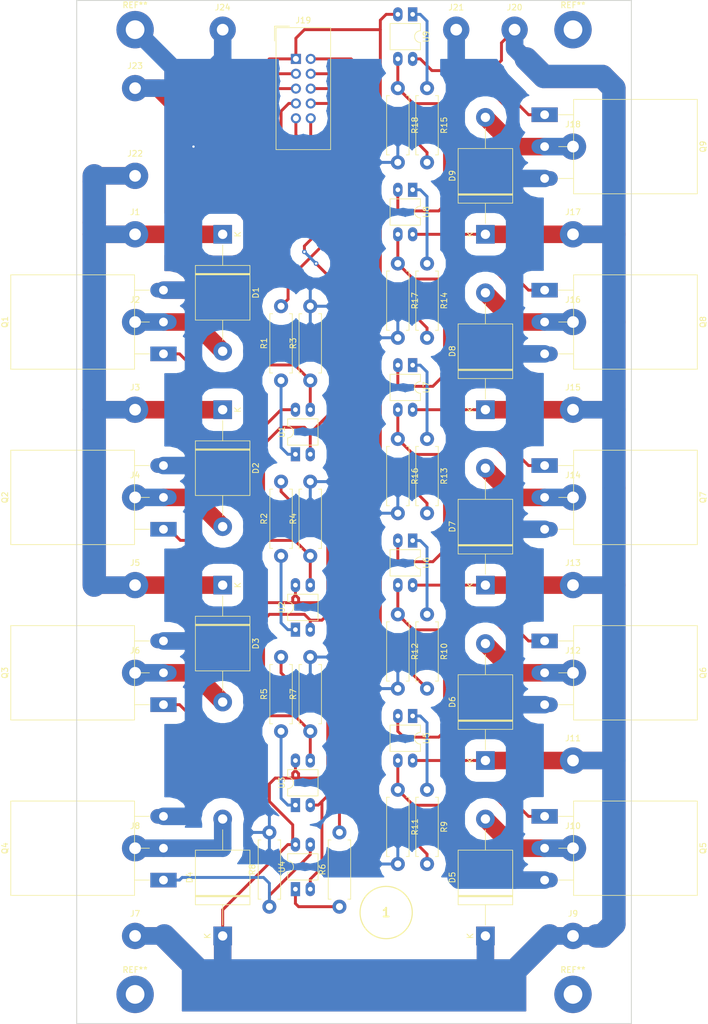
<source format=kicad_pcb>
(kicad_pcb (version 20171130) (host pcbnew 5.0.2+dfsg1-1)
  (layers (0 F.Cu signal) (31 B.Cu signal) (34 B.Paste user) (35 F.Paste user) (36 B.SilkS user) (37 F.SilkS user) (38 B.Mask user) (39 F.Mask user) (44 Edge.Cuts user))
  (net 0 "")
  (net 1 "Net-(D1-Pad2)")
  (net 2 +24V)
  (net 3 "Net-(D2-Pad2)")
  (net 4 "Net-(D3-Pad2)")
  (net 5 "Net-(D4-Pad2)")
  (net 6 +12V)
  (net 7 "Net-(D5-Pad2)")
  (net 8 "Net-(D6-Pad2)")
  (net 9 "Net-(D7-Pad2)")
  (net 10 "Net-(D8-Pad2)")
  (net 11 "Net-(D9-Pad2)")
  (net 12 GND)
  (net 13 "Net-(J19-Pad2)")
  (net 14 "Net-(J19-Pad3)")
  (net 15 "Net-(J19-Pad4)")
  (net 16 "Net-(J19-Pad5)")
  (net 17 "Net-(J19-Pad6)")
  (net 18 "Net-(J19-Pad7)")
  (net 19 "Net-(J19-Pad8)")
  (net 20 "Net-(J19-Pad9)")
  (net 21 "Net-(J19-Pad10)")
  (net 22 GNDPWR)
  (net 23 "Net-(Q1-Pad1)")
  (net 24 "Net-(Q2-Pad1)")
  (net 25 "Net-(Q3-Pad1)")
  (net 26 "Net-(Q4-Pad1)")
  (net 27 "Net-(Q5-Pad1)")
  (net 28 "Net-(Q6-Pad1)")
  (net 29 "Net-(Q7-Pad1)")
  (net 30 "Net-(Q8-Pad1)")
  (net 31 "Net-(Q9-Pad1)")
  (net 32 "Net-(R1-Pad1)")
  (net 33 "Net-(R2-Pad1)")
  (net 34 "Net-(R5-Pad1)")
  (net 35 "Net-(R6-Pad1)")
  (net 36 "Net-(R9-Pad1)")
  (net 37 "Net-(R10-Pad1)")
  (net 38 "Net-(R13-Pad1)")
  (net 39 "Net-(R14-Pad1)")
  (net 40 "Net-(R15-Pad1)")
  (module Package_DIP:DIP-4_W7.62mm_LongPads (layer F.Cu) (at 112.46 152.62 90)
    (fp_text reference U3 (at 3.81 -2.33 90) (layer F.SilkS))
    (fp_text value PC123)
    (pad 4 thru_hole oval (at 7.62 0 90) (size 2.4 1.6) (drill 0.8) (layers *.Cu *.Mask) (net 6 +12V))
    (pad 2 thru_hole oval (at 0 2.54 90) (size 2.4 1.6) (drill 0.8) (layers *.Cu *.Mask) (net 12 GND))
    (pad 3 thru_hole oval (at 7.62 2.54 90) (size 2.4 1.6) (drill 0.8) (layers *.Cu *.Mask) (net 25 "Net-(Q3-Pad1)"))
    (pad 1 thru_hole rect (at 0 0 90) (size 2.4 1.6) (drill 0.8) (layers *.Cu *.Mask) (net 34 "Net-(R5-Pad1)"))
  )
  (module Package_DIP:DIP-4_W7.62mm_LongPads (layer F.Cu) (at 112.46 167 90)
    (fp_text reference U4 (at 3.81 -2.33 90) (layer F.SilkS))
    (fp_text value PC123)
    (pad 1 thru_hole rect (at 0 0 90) (size 2.4 1.6) (drill 0.8) (layers *.Cu *.Mask) (net 35 "Net-(R6-Pad1)"))
    (pad 3 thru_hole oval (at 7.62 2.54 90) (size 2.4 1.6) (drill 0.8) (layers *.Cu *.Mask) (net 26 "Net-(Q4-Pad1)"))
    (pad 2 thru_hole oval (at 0 2.54 90) (size 2.4 1.6) (drill 0.8) (layers *.Cu *.Mask) (net 12 GND))
    (pad 4 thru_hole oval (at 7.62 0 90) (size 2.4 1.6) (drill 0.8) (layers *.Cu *.Mask) (net 6 +12V))
  )
  (module Diode_THT:D_P600_R-6_P20.00mm_Horizontal (layer F.Cu) (at 100 55 270)
    (fp_text reference D1 (at 10 -5.67 270) (layer F.SilkS))
    (fp_text value UF600M)
    (fp_text user K (at 0 -2.6 270) (layer F.SilkS))
    (pad 2 thru_hole oval (at 20 0 270) (size 3.2 3.2) (drill 1.6) (layers *.Cu *.Mask) (net 1 "Net-(D1-Pad2)"))
    (pad 1 thru_hole rect (at 0 0 270) (size 3.2 3.2) (drill 1.6) (layers *.Cu *.Mask) (net 2 +24V))
  )
  (module Resistor_THT:R_Axial_DIN0411_L9.9mm_D3.6mm_P12.70mm_Horizontal (layer F.Cu) (at 115 140 90)
    (fp_text reference R7 (at 6.35 -2.92 90) (layer F.SilkS))
    (fp_text value 1,2k)
    (pad 2 thru_hole oval (at 12.7 0 90) (size 2.4 2.4) (drill 1.2) (layers *.Cu *.Mask) (net 22 GNDPWR))
    (pad 1 thru_hole circle (at 0 0 90) (size 2.4 2.4) (drill 1.2) (layers *.Cu *.Mask) (net 25 "Net-(Q3-Pad1)"))
  )
  (module Resistor_THT:R_Axial_DIN0411_L9.9mm_D3.6mm_P12.70mm_Horizontal (layer F.Cu) (at 108 170 90)
    (fp_text reference R8 (at 6.35 -2.92 90) (layer F.SilkS))
    (fp_text value 1,2k)
    (pad 1 thru_hole circle (at 0 0 90) (size 2.4 2.4) (drill 1.2) (layers *.Cu *.Mask) (net 26 "Net-(Q4-Pad1)"))
    (pad 2 thru_hole oval (at 12.7 0 90) (size 2.4 2.4) (drill 1.2) (layers *.Cu *.Mask) (net 22 GNDPWR))
  )
  (module Package_DIP:DIP-4_W7.62mm_LongPads (layer F.Cu) (at 112.46 92.62 90)
    (fp_text reference U1 (at 3.81 -2.33 90) (layer F.SilkS))
    (fp_text value PC123)
    (pad 4 thru_hole oval (at 7.62 0 90) (size 2.4 1.6) (drill 0.8) (layers *.Cu *.Mask) (net 6 +12V))
    (pad 2 thru_hole oval (at 0 2.54 90) (size 2.4 1.6) (drill 0.8) (layers *.Cu *.Mask) (net 12 GND))
    (pad 3 thru_hole oval (at 7.62 2.54 90) (size 2.4 1.6) (drill 0.8) (layers *.Cu *.Mask) (net 23 "Net-(Q1-Pad1)"))
    (pad 1 thru_hole rect (at 0 0 90) (size 2.4 1.6) (drill 0.8) (layers *.Cu *.Mask) (net 32 "Net-(R1-Pad1)"))
  )
  (module Package_DIP:DIP-4_W7.62mm_LongPads (layer F.Cu) (at 112.46 122.62 90)
    (fp_text reference U2 (at 3.81 -2.33 90) (layer F.SilkS))
    (fp_text value PC123)
    (pad 1 thru_hole rect (at 0 0 90) (size 2.4 1.6) (drill 0.8) (layers *.Cu *.Mask) (net 33 "Net-(R2-Pad1)"))
    (pad 3 thru_hole oval (at 7.62 2.54 90) (size 2.4 1.6) (drill 0.8) (layers *.Cu *.Mask) (net 24 "Net-(Q2-Pad1)"))
    (pad 2 thru_hole oval (at 0 2.54 90) (size 2.4 1.6) (drill 0.8) (layers *.Cu *.Mask) (net 12 GND))
    (pad 4 thru_hole oval (at 7.62 0 90) (size 2.4 1.6) (drill 0.8) (layers *.Cu *.Mask) (net 6 +12V))
  )
  (module Diode_THT:D_P600_R-6_P20.00mm_Horizontal (layer F.Cu) (at 100 175 90)
    (fp_text reference D4 (at 10 -5.67 90) (layer F.SilkS))
    (fp_text value UF600M)
    (fp_text user K (at 0 -2.6 90) (layer F.SilkS))
    (pad 2 thru_hole oval (at 20 0 90) (size 3.2 3.2) (drill 1.6) (layers *.Cu *.Mask) (net 5 "Net-(D4-Pad2)"))
    (pad 1 thru_hole rect (at 0 0 90) (size 3.2 3.2) (drill 1.6) (layers *.Cu *.Mask) (net 6 +12V))
  )
  (module Connector_Wire:SolderWirePad_1x01_Drill2mm (layer F.Cu) (at 85 115)
    (fp_text reference J5 (at 0 -3.81) (layer F.SilkS))
    (fp_text value hole_2mm)
    (pad 1 thru_hole circle (at 0 0) (size 4.50088 4.50088) (drill 1.99898) (layers *.Cu *.Mask) (net 2 +24V))
  )
  (module Connector_Wire:SolderWirePad_1x01_Drill2mm (layer F.Cu) (at 85 130)
    (fp_text reference J6 (at 0 -3.81) (layer F.SilkS))
    (fp_text value hole_2mm)
    (pad 1 thru_hole circle (at 0 0) (size 4.50088 4.50088) (drill 1.99898) (layers *.Cu *.Mask) (net 4 "Net-(D3-Pad2)"))
  )
  (module Connector_Wire:SolderWirePad_1x01_Drill2mm (layer F.Cu) (at 85 175)
    (fp_text reference J7 (at 0 -3.81) (layer F.SilkS))
    (fp_text value hole_2mm)
    (pad 1 thru_hole circle (at 0 0) (size 4.50088 4.50088) (drill 1.99898) (layers *.Cu *.Mask) (net 6 +12V))
  )
  (module Connector_Wire:SolderWirePad_1x01_Drill2mm (layer F.Cu) (at 85 160)
    (fp_text reference J8 (at 0 -3.81) (layer F.SilkS))
    (fp_text value hole_2mm)
    (pad 1 thru_hole circle (at 0 0) (size 4.50088 4.50088) (drill 1.99898) (layers *.Cu *.Mask) (net 5 "Net-(D4-Pad2)"))
  )
  (module Package_TO_SOT_THT:TO-247-3_Horizontal_TabDown (layer F.Cu) (at 89.86 135.45 90)
    (fp_text reference Q3 (at 5.45 -27.15 90) (layer F.SilkS))
    (fp_text value HUF75344G3)
    (pad "" np_thru_hole oval (at 5.45 -19.86 90) (size 3.6 3.6) (drill 3.6) (layers *.Cu *.Mask))
    (pad 1 thru_hole rect (at 0 0 90) (size 2.5 4.5) (drill 1.5) (layers *.Cu *.Mask) (net 25 "Net-(Q3-Pad1)"))
    (pad 2 thru_hole oval (at 5.45 0 90) (size 2.5 4.5) (drill 1.5) (layers *.Cu *.Mask) (net 4 "Net-(D3-Pad2)"))
    (pad 3 thru_hole oval (at 10.9 0 90) (size 2.5 4.5) (drill 1.5) (layers *.Cu *.Mask) (net 22 GNDPWR))
  )
  (module Diode_THT:D_P600_R-6_P20.00mm_Horizontal (layer F.Cu) (at 100 85 270)
    (fp_text reference D2 (at 10 -5.67 270) (layer F.SilkS))
    (fp_text value UF600M)
    (fp_text user K (at 0 -2.6 270) (layer F.SilkS))
    (pad 1 thru_hole rect (at 0 0 270) (size 3.2 3.2) (drill 1.6) (layers *.Cu *.Mask) (net 2 +24V))
    (pad 2 thru_hole oval (at 20 0 270) (size 3.2 3.2) (drill 1.6) (layers *.Cu *.Mask) (net 3 "Net-(D2-Pad2)"))
  )
  (module Diode_THT:D_P600_R-6_P20.00mm_Horizontal (layer F.Cu) (at 100 115 270)
    (fp_text reference D3 (at 10 -5.67 270) (layer F.SilkS))
    (fp_text value UF600M)
    (fp_text user K (at 0 -2.6 270) (layer F.SilkS))
    (pad 2 thru_hole oval (at 20 0 270) (size 3.2 3.2) (drill 1.6) (layers *.Cu *.Mask) (net 4 "Net-(D3-Pad2)"))
    (pad 1 thru_hole rect (at 0 0 270) (size 3.2 3.2) (drill 1.6) (layers *.Cu *.Mask) (net 2 +24V))
  )
  (module Resistor_THT:R_Axial_DIN0411_L9.9mm_D3.6mm_P12.70mm_Horizontal (layer F.Cu) (at 110 80 90)
    (fp_text reference R1 (at 6.35 -2.92 90) (layer F.SilkS))
    (fp_text value 100)
    (pad 1 thru_hole circle (at 0 0 90) (size 2.4 2.4) (drill 1.2) (layers *.Cu *.Mask) (net 32 "Net-(R1-Pad1)"))
    (pad 2 thru_hole oval (at 12.7 0 90) (size 2.4 2.4) (drill 1.2) (layers *.Cu *.Mask) (net 14 "Net-(J19-Pad3)"))
  )
  (module Resistor_THT:R_Axial_DIN0411_L9.9mm_D3.6mm_P12.70mm_Horizontal (layer F.Cu) (at 110 110 90)
    (fp_text reference R2 (at 6.35 -2.92 90) (layer F.SilkS))
    (fp_text value 100)
    (pad 2 thru_hole oval (at 12.7 0 90) (size 2.4 2.4) (drill 1.2) (layers *.Cu *.Mask) (net 16 "Net-(J19-Pad5)"))
    (pad 1 thru_hole circle (at 0 0 90) (size 2.4 2.4) (drill 1.2) (layers *.Cu *.Mask) (net 33 "Net-(R2-Pad1)"))
  )
  (module Resistor_THT:R_Axial_DIN0411_L9.9mm_D3.6mm_P12.70mm_Horizontal (layer F.Cu) (at 115 80 90)
    (fp_text reference R3 (at 6.35 -2.92 90) (layer F.SilkS))
    (fp_text value 1,2k)
    (pad 2 thru_hole oval (at 12.7 0 90) (size 2.4 2.4) (drill 1.2) (layers *.Cu *.Mask) (net 22 GNDPWR))
    (pad 1 thru_hole circle (at 0 0 90) (size 2.4 2.4) (drill 1.2) (layers *.Cu *.Mask) (net 23 "Net-(Q1-Pad1)"))
  )
  (module Resistor_THT:R_Axial_DIN0411_L9.9mm_D3.6mm_P12.70mm_Horizontal (layer F.Cu) (at 115 110 90)
    (fp_text reference R4 (at 6.35 -2.92 90) (layer F.SilkS))
    (fp_text value 1,2k)
    (pad 1 thru_hole circle (at 0 0 90) (size 2.4 2.4) (drill 1.2) (layers *.Cu *.Mask) (net 24 "Net-(Q2-Pad1)"))
    (pad 2 thru_hole oval (at 12.7 0 90) (size 2.4 2.4) (drill 1.2) (layers *.Cu *.Mask) (net 22 GNDPWR))
  )
  (module Resistor_THT:R_Axial_DIN0411_L9.9mm_D3.6mm_P12.70mm_Horizontal (layer F.Cu) (at 110 140 90)
    (fp_text reference R5 (at 6.35 -2.92 90) (layer F.SilkS))
    (fp_text value 100)
    (pad 1 thru_hole circle (at 0 0 90) (size 2.4 2.4) (drill 1.2) (layers *.Cu *.Mask) (net 34 "Net-(R5-Pad1)"))
    (pad 2 thru_hole oval (at 12.7 0 90) (size 2.4 2.4) (drill 1.2) (layers *.Cu *.Mask) (net 18 "Net-(J19-Pad7)"))
  )
  (module Package_TO_SOT_THT:TO-247-3_Horizontal_TabDown (layer F.Cu) (at 89.86 165.45 90)
    (fp_text reference Q4 (at 5.45 -27.15 90) (layer F.SilkS))
    (fp_text value HUF75344G3)
    (pad 3 thru_hole oval (at 10.9 0 90) (size 2.5 4.5) (drill 1.5) (layers *.Cu *.Mask) (net 22 GNDPWR))
    (pad 2 thru_hole oval (at 5.45 0 90) (size 2.5 4.5) (drill 1.5) (layers *.Cu *.Mask) (net 5 "Net-(D4-Pad2)"))
    (pad 1 thru_hole rect (at 0 0 90) (size 2.5 4.5) (drill 1.5) (layers *.Cu *.Mask) (net 26 "Net-(Q4-Pad1)"))
    (pad "" np_thru_hole oval (at 5.45 -19.86 90) (size 3.6 3.6) (drill 3.6) (layers *.Cu *.Mask))
  )
  (module Connector_Wire:SolderWirePad_1x01_Drill2mm (layer F.Cu) (at 85 55)
    (fp_text reference J1 (at 0 -3.81) (layer F.SilkS))
    (fp_text value hole_2mm)
    (pad 1 thru_hole circle (at 0 0) (size 4.50088 4.50088) (drill 1.99898) (layers *.Cu *.Mask) (net 2 +24V))
  )
  (module Connector_Wire:SolderWirePad_1x01_Drill2mm (layer F.Cu) (at 85 70)
    (fp_text reference J2 (at 0 -3.81) (layer F.SilkS))
    (fp_text value hole_2mm)
    (pad 1 thru_hole circle (at 0 0) (size 4.50088 4.50088) (drill 1.99898) (layers *.Cu *.Mask) (net 1 "Net-(D1-Pad2)"))
  )
  (module Connector_Wire:SolderWirePad_1x01_Drill2mm (layer F.Cu) (at 85 85)
    (fp_text reference J3 (at 0 -3.81) (layer F.SilkS))
    (fp_text value hole_2mm)
    (pad 1 thru_hole circle (at 0 0) (size 4.50088 4.50088) (drill 1.99898) (layers *.Cu *.Mask) (net 2 +24V))
  )
  (module Connector_Wire:SolderWirePad_1x01_Drill2mm (layer F.Cu) (at 85 100)
    (fp_text reference J4 (at 0 -3.81) (layer F.SilkS))
    (fp_text value hole_2mm)
    (pad 1 thru_hole circle (at 0 0) (size 4.50088 4.50088) (drill 1.99898) (layers *.Cu *.Mask) (net 3 "Net-(D2-Pad2)"))
  )
  (module Package_TO_SOT_THT:TO-247-3_Horizontal_TabDown (layer F.Cu) (at 89.86 75.45 90)
    (fp_text reference Q1 (at 5.45 -27.15 90) (layer F.SilkS))
    (fp_text value HUF75344G3)
    (pad "" np_thru_hole oval (at 5.45 -19.86 90) (size 3.6 3.6) (drill 3.6) (layers *.Cu *.Mask))
    (pad 1 thru_hole rect (at 0 0 90) (size 2.5 4.5) (drill 1.5) (layers *.Cu *.Mask) (net 23 "Net-(Q1-Pad1)"))
    (pad 2 thru_hole oval (at 5.45 0 90) (size 2.5 4.5) (drill 1.5) (layers *.Cu *.Mask) (net 1 "Net-(D1-Pad2)"))
    (pad 3 thru_hole oval (at 10.9 0 90) (size 2.5 4.5) (drill 1.5) (layers *.Cu *.Mask) (net 22 GNDPWR))
  )
  (module Package_TO_SOT_THT:TO-247-3_Horizontal_TabDown (layer F.Cu) (at 89.86 105.45 90)
    (fp_text reference Q2 (at 5.45 -27.15 90) (layer F.SilkS))
    (fp_text value HUF75344G3)
    (pad 3 thru_hole oval (at 10.9 0 90) (size 2.5 4.5) (drill 1.5) (layers *.Cu *.Mask) (net 22 GNDPWR))
    (pad 2 thru_hole oval (at 5.45 0 90) (size 2.5 4.5) (drill 1.5) (layers *.Cu *.Mask) (net 3 "Net-(D2-Pad2)"))
    (pad 1 thru_hole rect (at 0 0 90) (size 2.5 4.5) (drill 1.5) (layers *.Cu *.Mask) (net 24 "Net-(Q2-Pad1)"))
    (pad "" np_thru_hole oval (at 5.45 -19.86 90) (size 3.6 3.6) (drill 3.6) (layers *.Cu *.Mask))
  )
  (module Diode_THT:D_P600_R-6_P20.00mm_Horizontal (layer F.Cu) (at 145 175 90)
    (fp_text reference D5 (at 10 -5.67 90) (layer F.SilkS))
    (fp_text value UF600M)
    (fp_text user K (at 0 -2.6 90) (layer F.SilkS))
    (pad 1 thru_hole rect (at 0 0 90) (size 3.2 3.2) (drill 1.6) (layers *.Cu *.Mask) (net 6 +12V))
    (pad 2 thru_hole oval (at 20 0 90) (size 3.2 3.2) (drill 1.6) (layers *.Cu *.Mask) (net 7 "Net-(D5-Pad2)"))
  )
  (module Diode_THT:D_P600_R-6_P20.00mm_Horizontal (layer F.Cu) (at 145 145 90)
    (fp_text reference D6 (at 10 -5.67 90) (layer F.SilkS))
    (fp_text value UF600M)
    (fp_text user K (at 0 -2.6 90) (layer F.SilkS))
    (pad 2 thru_hole oval (at 20 0 90) (size 3.2 3.2) (drill 1.6) (layers *.Cu *.Mask) (net 8 "Net-(D6-Pad2)"))
    (pad 1 thru_hole rect (at 0 0 90) (size 3.2 3.2) (drill 1.6) (layers *.Cu *.Mask) (net 6 +12V))
  )
  (module Diode_THT:D_P600_R-6_P20.00mm_Horizontal (layer F.Cu) (at 145 115 90)
    (fp_text reference D7 (at 10 -5.67 90) (layer F.SilkS))
    (fp_text value UF600M)
    (fp_text user K (at 0 -2.6 90) (layer F.SilkS))
    (pad 1 thru_hole rect (at 0 0 90) (size 3.2 3.2) (drill 1.6) (layers *.Cu *.Mask) (net 6 +12V))
    (pad 2 thru_hole oval (at 20 0 90) (size 3.2 3.2) (drill 1.6) (layers *.Cu *.Mask) (net 9 "Net-(D7-Pad2)"))
  )
  (module Diode_THT:D_P600_R-6_P20.00mm_Horizontal (layer F.Cu) (at 145 85 90)
    (fp_text reference D8 (at 10 -5.67 90) (layer F.SilkS))
    (fp_text value UF600M)
    (fp_text user K (at 0 -2.6 90) (layer F.SilkS))
    (pad 1 thru_hole rect (at 0 0 90) (size 3.2 3.2) (drill 1.6) (layers *.Cu *.Mask) (net 6 +12V))
    (pad 2 thru_hole oval (at 20 0 90) (size 3.2 3.2) (drill 1.6) (layers *.Cu *.Mask) (net 10 "Net-(D8-Pad2)"))
  )
  (module Diode_THT:D_P600_R-6_P20.00mm_Horizontal (layer F.Cu) (at 145 55 90)
    (fp_text reference D9 (at 10 -5.67 90) (layer F.SilkS))
    (fp_text value UF600M)
    (fp_text user K (at 0 -2.6 90) (layer F.SilkS))
    (pad 1 thru_hole rect (at 0 0 90) (size 3.2 3.2) (drill 1.6) (layers *.Cu *.Mask) (net 6 +12V))
    (pad 2 thru_hole oval (at 20 0 90) (size 3.2 3.2) (drill 1.6) (layers *.Cu *.Mask) (net 11 "Net-(D9-Pad2)"))
  )
  (module Connector_Wire:SolderWirePad_1x01_Drill2mm (layer F.Cu) (at 160 175)
    (fp_text reference J9 (at 0 -3.81) (layer F.SilkS))
    (fp_text value hole_2mm)
    (pad 1 thru_hole circle (at 0 0) (size 4.50088 4.50088) (drill 1.99898) (layers *.Cu *.Mask) (net 6 +12V))
  )
  (module Connector_Wire:SolderWirePad_1x01_Drill2mm (layer F.Cu) (at 160 160)
    (fp_text reference J10 (at 0 -3.81) (layer F.SilkS))
    (fp_text value hole_2mm)
    (pad 1 thru_hole circle (at 0 0) (size 4.50088 4.50088) (drill 1.99898) (layers *.Cu *.Mask) (net 7 "Net-(D5-Pad2)"))
  )
  (module Connector_Wire:SolderWirePad_1x01_Drill2mm (layer F.Cu) (at 160 145)
    (fp_text reference J11 (at 0 -3.81) (layer F.SilkS))
    (fp_text value hole_2mm)
    (pad 1 thru_hole circle (at 0 0) (size 4.50088 4.50088) (drill 1.99898) (layers *.Cu *.Mask) (net 6 +12V))
  )
  (module Connector_Wire:SolderWirePad_1x01_Drill2mm (layer F.Cu) (at 160 130)
    (fp_text reference J12 (at 0 -3.81) (layer F.SilkS))
    (fp_text value hole_2mm)
    (pad 1 thru_hole circle (at 0 0) (size 4.50088 4.50088) (drill 1.99898) (layers *.Cu *.Mask) (net 8 "Net-(D6-Pad2)"))
  )
  (module Connector_Wire:SolderWirePad_1x01_Drill2mm (layer F.Cu) (at 160 115)
    (fp_text reference J13 (at 0 -3.81) (layer F.SilkS))
    (fp_text value hole_2mm)
    (pad 1 thru_hole circle (at 0 0) (size 4.50088 4.50088) (drill 1.99898) (layers *.Cu *.Mask) (net 6 +12V))
  )
  (module Connector_Wire:SolderWirePad_1x01_Drill2mm (layer F.Cu) (at 160 100)
    (fp_text reference J14 (at 0 -3.81) (layer F.SilkS))
    (fp_text value hole_2mm)
    (pad 1 thru_hole circle (at 0 0) (size 4.50088 4.50088) (drill 1.99898) (layers *.Cu *.Mask) (net 9 "Net-(D7-Pad2)"))
  )
  (module Connector_Wire:SolderWirePad_1x01_Drill2mm (layer F.Cu) (at 160 85)
    (fp_text reference J15 (at 0 -3.81) (layer F.SilkS))
    (fp_text value hole_2mm)
    (pad 1 thru_hole circle (at 0 0) (size 4.50088 4.50088) (drill 1.99898) (layers *.Cu *.Mask) (net 6 +12V))
  )
  (module Connector_Wire:SolderWirePad_1x01_Drill2mm (layer F.Cu) (at 160 70)
    (fp_text reference J16 (at 0 -3.81) (layer F.SilkS))
    (fp_text value hole_2mm)
    (pad 1 thru_hole circle (at 0 0) (size 4.50088 4.50088) (drill 1.99898) (layers *.Cu *.Mask) (net 10 "Net-(D8-Pad2)"))
  )
  (module Connector_Wire:SolderWirePad_1x01_Drill2mm (layer F.Cu) (at 160 55)
    (fp_text reference J17 (at 0 -3.81) (layer F.SilkS))
    (fp_text value hole_2mm)
    (pad 1 thru_hole circle (at 0 0) (size 4.50088 4.50088) (drill 1.99898) (layers *.Cu *.Mask) (net 6 +12V))
  )
  (module Connector_Wire:SolderWirePad_1x01_Drill2mm (layer F.Cu) (at 160 40)
    (fp_text reference J18 (at 0 -3.81) (layer F.SilkS))
    (fp_text value hole_2mm)
    (pad 1 thru_hole circle (at 0 0) (size 4.50088 4.50088) (drill 1.99898) (layers *.Cu *.Mask) (net 11 "Net-(D9-Pad2)"))
  )
  (module Connector_IDC:IDC-Header_2x05_P2.54mm_Vertical (layer F.Cu) (at 112.54 25)
    (fp_text reference J19 (at 1.27 -6.604) (layer F.SilkS))
    (fp_text value Conn_02x05_Odd_Even)
    (pad 1 thru_hole rect (at 0 0) (size 1.7272 1.7272) (drill 1.016) (layers *.Cu *.Mask) (net 12 GND))
    (pad 2 thru_hole oval (at 2.54 0) (size 1.7272 1.7272) (drill 1.016) (layers *.Cu *.Mask) (net 13 "Net-(J19-Pad2)"))
    (pad 3 thru_hole oval (at 0 2.54) (size 1.7272 1.7272) (drill 1.016) (layers *.Cu *.Mask) (net 14 "Net-(J19-Pad3)"))
    (pad 4 thru_hole oval (at 2.54 2.54) (size 1.7272 1.7272) (drill 1.016) (layers *.Cu *.Mask) (net 15 "Net-(J19-Pad4)"))
    (pad 5 thru_hole oval (at 0 5.08) (size 1.7272 1.7272) (drill 1.016) (layers *.Cu *.Mask) (net 16 "Net-(J19-Pad5)"))
    (pad 6 thru_hole oval (at 2.54 5.08) (size 1.7272 1.7272) (drill 1.016) (layers *.Cu *.Mask) (net 17 "Net-(J19-Pad6)"))
    (pad 7 thru_hole oval (at 0 7.62) (size 1.7272 1.7272) (drill 1.016) (layers *.Cu *.Mask) (net 18 "Net-(J19-Pad7)"))
    (pad 8 thru_hole oval (at 2.54 7.62) (size 1.7272 1.7272) (drill 1.016) (layers *.Cu *.Mask) (net 19 "Net-(J19-Pad8)"))
    (pad 9 thru_hole oval (at 0 10.16) (size 1.7272 1.7272) (drill 1.016) (layers *.Cu *.Mask) (net 20 "Net-(J19-Pad9)"))
    (pad 10 thru_hole oval (at 2.54 10.16) (size 1.7272 1.7272) (drill 1.016) (layers *.Cu *.Mask) (net 21 "Net-(J19-Pad10)"))
  )
  (module Connector_Wire:SolderWirePad_1x01_Drill2mm (layer F.Cu) (at 150 20)
    (fp_text reference J20 (at 0 -3.81) (layer F.SilkS))
    (fp_text value hole_2mm)
    (pad 1 thru_hole circle (at 0 0) (size 4.50088 4.50088) (drill 1.99898) (layers *.Cu *.Mask) (net 6 +12V))
  )
  (module Connector_Wire:SolderWirePad_1x01_Drill2mm (layer F.Cu) (at 140 20)
    (fp_text reference J21 (at 0 -3.81) (layer F.SilkS))
    (fp_text value hole_2mm)
    (pad 1 thru_hole circle (at 0 0) (size 4.50088 4.50088) (drill 1.99898) (layers *.Cu *.Mask) (net 22 GNDPWR))
  )
  (module Connector_Wire:SolderWirePad_1x01_Drill2mm (layer F.Cu) (at 85 45)
    (fp_text reference J22 (at 0 -3.81) (layer F.SilkS))
    (fp_text value hole_2mm)
    (pad 1 thru_hole circle (at 0 0) (size 4.50088 4.50088) (drill 1.99898) (layers *.Cu *.Mask) (net 2 +24V))
  )
  (module Connector_Wire:SolderWirePad_1x01_Drill2mm (layer F.Cu) (at 85 30)
    (fp_text reference J23 (at 0 -3.81) (layer F.SilkS))
    (fp_text value hole_2mm)
    (pad 1 thru_hole circle (at 0 0) (size 4.50088 4.50088) (drill 1.99898) (layers *.Cu *.Mask) (net 22 GNDPWR))
  )
  (module Connector_Wire:SolderWirePad_1x01_Drill2mm (layer F.Cu) (at 100 20)
    (fp_text reference J24 (at 0 -3.81) (layer F.SilkS))
    (fp_text value hole_2mm)
    (pad 1 thru_hole circle (at 0 0) (size 4.50088 4.50088) (drill 1.99898) (layers *.Cu *.Mask) (net 22 GNDPWR))
  )
  (module Package_TO_SOT_THT:TO-247-3_Horizontal_TabDown (layer F.Cu) (at 155.14 154.55 270)
    (fp_text reference Q5 (at 5.45 -27.15 270) (layer F.SilkS))
    (fp_text value HUF75344G3)
    (pad "" np_thru_hole oval (at 5.45 -19.86 270) (size 3.6 3.6) (drill 3.6) (layers *.Cu *.Mask))
    (pad 1 thru_hole rect (at 0 0 270) (size 2.5 4.5) (drill 1.5) (layers *.Cu *.Mask) (net 27 "Net-(Q5-Pad1)"))
    (pad 2 thru_hole oval (at 5.45 0 270) (size 2.5 4.5) (drill 1.5) (layers *.Cu *.Mask) (net 7 "Net-(D5-Pad2)"))
    (pad 3 thru_hole oval (at 10.9 0 270) (size 2.5 4.5) (drill 1.5) (layers *.Cu *.Mask) (net 22 GNDPWR))
  )
  (module Package_TO_SOT_THT:TO-247-3_Horizontal_TabDown (layer F.Cu) (at 155.14 124.55 270)
    (fp_text reference Q6 (at 5.45 -27.15 270) (layer F.SilkS))
    (fp_text value HUF75344G3)
    (pad "" np_thru_hole oval (at 5.45 -19.86 270) (size 3.6 3.6) (drill 3.6) (layers *.Cu *.Mask))
    (pad 1 thru_hole rect (at 0 0 270) (size 2.5 4.5) (drill 1.5) (layers *.Cu *.Mask) (net 28 "Net-(Q6-Pad1)"))
    (pad 2 thru_hole oval (at 5.45 0 270) (size 2.5 4.5) (drill 1.5) (layers *.Cu *.Mask) (net 8 "Net-(D6-Pad2)"))
    (pad 3 thru_hole oval (at 10.9 0 270) (size 2.5 4.5) (drill 1.5) (layers *.Cu *.Mask) (net 22 GNDPWR))
  )
  (module Package_TO_SOT_THT:TO-247-3_Horizontal_TabDown (layer F.Cu) (at 155.14 94.55 270)
    (fp_text reference Q7 (at 5.45 -27.15 270) (layer F.SilkS))
    (fp_text value HUF75344G3)
    (pad 3 thru_hole oval (at 10.9 0 270) (size 2.5 4.5) (drill 1.5) (layers *.Cu *.Mask) (net 22 GNDPWR))
    (pad 2 thru_hole oval (at 5.45 0 270) (size 2.5 4.5) (drill 1.5) (layers *.Cu *.Mask) (net 9 "Net-(D7-Pad2)"))
    (pad 1 thru_hole rect (at 0 0 270) (size 2.5 4.5) (drill 1.5) (layers *.Cu *.Mask) (net 29 "Net-(Q7-Pad1)"))
    (pad "" np_thru_hole oval (at 5.45 -19.86 270) (size 3.6 3.6) (drill 3.6) (layers *.Cu *.Mask))
  )
  (module Package_TO_SOT_THT:TO-247-3_Horizontal_TabDown (layer F.Cu) (at 155.14 64.55 270)
    (fp_text reference Q8 (at 5.45 -27.15 270) (layer F.SilkS))
    (fp_text value HUF75344G3)
    (pad 3 thru_hole oval (at 10.9 0 270) (size 2.5 4.5) (drill 1.5) (layers *.Cu *.Mask) (net 22 GNDPWR))
    (pad 2 thru_hole oval (at 5.45 0 270) (size 2.5 4.5) (drill 1.5) (layers *.Cu *.Mask) (net 10 "Net-(D8-Pad2)"))
    (pad 1 thru_hole rect (at 0 0 270) (size 2.5 4.5) (drill 1.5) (layers *.Cu *.Mask) (net 30 "Net-(Q8-Pad1)"))
    (pad "" np_thru_hole oval (at 5.45 -19.86 270) (size 3.6 3.6) (drill 3.6) (layers *.Cu *.Mask))
  )
  (module Package_TO_SOT_THT:TO-247-3_Horizontal_TabDown (layer F.Cu) (at 155.14 34.55 270)
    (fp_text reference Q9 (at 5.45 -27.15 270) (layer F.SilkS))
    (fp_text value HUF75344G3)
    (pad "" np_thru_hole oval (at 5.45 -19.86 270) (size 3.6 3.6) (drill 3.6) (layers *.Cu *.Mask))
    (pad 1 thru_hole rect (at 0 0 270) (size 2.5 4.5) (drill 1.5) (layers *.Cu *.Mask) (net 31 "Net-(Q9-Pad1)"))
    (pad 2 thru_hole oval (at 5.45 0 270) (size 2.5 4.5) (drill 1.5) (layers *.Cu *.Mask) (net 11 "Net-(D9-Pad2)"))
    (pad 3 thru_hole oval (at 10.9 0 270) (size 2.5 4.5) (drill 1.5) (layers *.Cu *.Mask) (net 22 GNDPWR))
  )
  (module Resistor_THT:R_Axial_DIN0411_L9.9mm_D3.6mm_P12.70mm_Horizontal (layer F.Cu) (at 120 170 90)
    (fp_text reference R6 (at 6.35 -2.92 90) (layer F.SilkS))
    (fp_text value 100)
    (pad 2 thru_hole oval (at 12.7 0 90) (size 2.4 2.4) (drill 1.2) (layers *.Cu *.Mask) (net 20 "Net-(J19-Pad9)"))
    (pad 1 thru_hole circle (at 0 0 90) (size 2.4 2.4) (drill 1.2) (layers *.Cu *.Mask) (net 35 "Net-(R6-Pad1)"))
  )
  (module Resistor_THT:R_Axial_DIN0411_L9.9mm_D3.6mm_P12.70mm_Horizontal (layer F.Cu) (at 135 150 270)
    (fp_text reference R9 (at 6.35 -2.92 270) (layer F.SilkS))
    (fp_text value 100)
    (pad 2 thru_hole oval (at 12.7 0 270) (size 2.4 2.4) (drill 1.2) (layers *.Cu *.Mask) (net 21 "Net-(J19-Pad10)"))
    (pad 1 thru_hole circle (at 0 0 270) (size 2.4 2.4) (drill 1.2) (layers *.Cu *.Mask) (net 36 "Net-(R9-Pad1)"))
  )
  (module Resistor_THT:R_Axial_DIN0411_L9.9mm_D3.6mm_P12.70mm_Horizontal (layer F.Cu) (at 135 120 270)
    (fp_text reference R10 (at 6.35 -2.92 270) (layer F.SilkS))
    (fp_text value 100)
    (pad 2 thru_hole oval (at 12.7 0 270) (size 2.4 2.4) (drill 1.2) (layers *.Cu *.Mask) (net 19 "Net-(J19-Pad8)"))
    (pad 1 thru_hole circle (at 0 0 270) (size 2.4 2.4) (drill 1.2) (layers *.Cu *.Mask) (net 37 "Net-(R10-Pad1)"))
  )
  (module Resistor_THT:R_Axial_DIN0411_L9.9mm_D3.6mm_P12.70mm_Horizontal (layer F.Cu) (at 130 150 270)
    (fp_text reference R11 (at 6.35 -2.92 270) (layer F.SilkS))
    (fp_text value 1,2k)
    (pad 1 thru_hole circle (at 0 0 270) (size 2.4 2.4) (drill 1.2) (layers *.Cu *.Mask) (net 27 "Net-(Q5-Pad1)"))
    (pad 2 thru_hole oval (at 12.7 0 270) (size 2.4 2.4) (drill 1.2) (layers *.Cu *.Mask) (net 22 GNDPWR))
  )
  (module Resistor_THT:R_Axial_DIN0411_L9.9mm_D3.6mm_P12.70mm_Horizontal (layer F.Cu) (at 130 120 270)
    (fp_text reference R12 (at 6.35 -2.92 270) (layer F.SilkS))
    (fp_text value 1,2k)
    (pad 1 thru_hole circle (at 0 0 270) (size 2.4 2.4) (drill 1.2) (layers *.Cu *.Mask) (net 28 "Net-(Q6-Pad1)"))
    (pad 2 thru_hole oval (at 12.7 0 270) (size 2.4 2.4) (drill 1.2) (layers *.Cu *.Mask) (net 22 GNDPWR))
  )
  (module Resistor_THT:R_Axial_DIN0411_L9.9mm_D3.6mm_P12.70mm_Horizontal (layer F.Cu) (at 135 90 270)
    (fp_text reference R13 (at 6.35 -2.92 270) (layer F.SilkS))
    (fp_text value 100)
    (pad 2 thru_hole oval (at 12.7 0 270) (size 2.4 2.4) (drill 1.2) (layers *.Cu *.Mask) (net 17 "Net-(J19-Pad6)"))
    (pad 1 thru_hole circle (at 0 0 270) (size 2.4 2.4) (drill 1.2) (layers *.Cu *.Mask) (net 38 "Net-(R13-Pad1)"))
  )
  (module Resistor_THT:R_Axial_DIN0411_L9.9mm_D3.6mm_P12.70mm_Horizontal (layer F.Cu) (at 135 60 270)
    (fp_text reference R14 (at 6.35 -2.92 270) (layer F.SilkS))
    (fp_text value 100)
    (pad 1 thru_hole circle (at 0 0 270) (size 2.4 2.4) (drill 1.2) (layers *.Cu *.Mask) (net 39 "Net-(R14-Pad1)"))
    (pad 2 thru_hole oval (at 12.7 0 270) (size 2.4 2.4) (drill 1.2) (layers *.Cu *.Mask) (net 15 "Net-(J19-Pad4)"))
  )
  (module Resistor_THT:R_Axial_DIN0411_L9.9mm_D3.6mm_P12.70mm_Horizontal (layer F.Cu) (at 135 30 270)
    (fp_text reference R15 (at 6.35 -2.92 270) (layer F.SilkS))
    (fp_text value 100)
    (pad 1 thru_hole circle (at 0 0 270) (size 2.4 2.4) (drill 1.2) (layers *.Cu *.Mask) (net 40 "Net-(R15-Pad1)"))
    (pad 2 thru_hole oval (at 12.7 0 270) (size 2.4 2.4) (drill 1.2) (layers *.Cu *.Mask) (net 13 "Net-(J19-Pad2)"))
  )
  (module Resistor_THT:R_Axial_DIN0411_L9.9mm_D3.6mm_P12.70mm_Horizontal (layer F.Cu) (at 130 90 270)
    (fp_text reference R16 (at 6.35 -2.92 270) (layer F.SilkS))
    (fp_text value 1,2k)
    (pad 1 thru_hole circle (at 0 0 270) (size 2.4 2.4) (drill 1.2) (layers *.Cu *.Mask) (net 29 "Net-(Q7-Pad1)"))
    (pad 2 thru_hole oval (at 12.7 0 270) (size 2.4 2.4) (drill 1.2) (layers *.Cu *.Mask) (net 22 GNDPWR))
  )
  (module Resistor_THT:R_Axial_DIN0411_L9.9mm_D3.6mm_P12.70mm_Horizontal (layer F.Cu) (at 130 60 270)
    (fp_text reference R17 (at 6.35 -2.92 270) (layer F.SilkS))
    (fp_text value 1,2k)
    (pad 2 thru_hole oval (at 12.7 0 270) (size 2.4 2.4) (drill 1.2) (layers *.Cu *.Mask) (net 22 GNDPWR))
    (pad 1 thru_hole circle (at 0 0 270) (size 2.4 2.4) (drill 1.2) (layers *.Cu *.Mask) (net 30 "Net-(Q8-Pad1)"))
  )
  (module Resistor_THT:R_Axial_DIN0411_L9.9mm_D3.6mm_P12.70mm_Horizontal (layer F.Cu) (at 130 30 270)
    (fp_text reference R18 (at 6.35 -2.92 270) (layer F.SilkS))
    (fp_text value 1,2k)
    (pad 2 thru_hole oval (at 12.7 0 270) (size 2.4 2.4) (drill 1.2) (layers *.Cu *.Mask) (net 22 GNDPWR))
    (pad 1 thru_hole circle (at 0 0 270) (size 2.4 2.4) (drill 1.2) (layers *.Cu *.Mask) (net 31 "Net-(Q9-Pad1)"))
  )
  (module Package_DIP:DIP-4_W7.62mm_LongPads (layer F.Cu) (at 132.54 137.38 270)
    (fp_text reference U5 (at 3.81 -2.33 270) (layer F.SilkS))
    (fp_text value PC123)
    (pad 1 thru_hole rect (at 0 0 270) (size 2.4 1.6) (drill 0.8) (layers *.Cu *.Mask) (net 36 "Net-(R9-Pad1)"))
    (pad 3 thru_hole oval (at 7.62 2.54 270) (size 2.4 1.6) (drill 0.8) (layers *.Cu *.Mask) (net 27 "Net-(Q5-Pad1)"))
    (pad 2 thru_hole oval (at 0 2.54 270) (size 2.4 1.6) (drill 0.8) (layers *.Cu *.Mask) (net 12 GND))
    (pad 4 thru_hole oval (at 7.62 0 270) (size 2.4 1.6) (drill 0.8) (layers *.Cu *.Mask) (net 6 +12V))
  )
  (module Package_DIP:DIP-4_W7.62mm_LongPads (layer F.Cu) (at 132.54 107.38 270)
    (fp_text reference U6 (at 3.81 -2.33 270) (layer F.SilkS))
    (fp_text value PC123)
    (pad 1 thru_hole rect (at 0 0 270) (size 2.4 1.6) (drill 0.8) (layers *.Cu *.Mask) (net 37 "Net-(R10-Pad1)"))
    (pad 3 thru_hole oval (at 7.62 2.54 270) (size 2.4 1.6) (drill 0.8) (layers *.Cu *.Mask) (net 28 "Net-(Q6-Pad1)"))
    (pad 2 thru_hole oval (at 0 2.54 270) (size 2.4 1.6) (drill 0.8) (layers *.Cu *.Mask) (net 12 GND))
    (pad 4 thru_hole oval (at 7.62 0 270) (size 2.4 1.6) (drill 0.8) (layers *.Cu *.Mask) (net 6 +12V))
  )
  (module Package_DIP:DIP-4_W7.62mm_LongPads (layer F.Cu) (at 132.54 77.38 270)
    (fp_text reference U7 (at 3.81 -2.33 270) (layer F.SilkS))
    (fp_text value PC123)
    (pad 1 thru_hole rect (at 0 0 270) (size 2.4 1.6) (drill 0.8) (layers *.Cu *.Mask) (net 38 "Net-(R13-Pad1)"))
    (pad 3 thru_hole oval (at 7.62 2.54 270) (size 2.4 1.6) (drill 0.8) (layers *.Cu *.Mask) (net 29 "Net-(Q7-Pad1)"))
    (pad 2 thru_hole oval (at 0 2.54 270) (size 2.4 1.6) (drill 0.8) (layers *.Cu *.Mask) (net 12 GND))
    (pad 4 thru_hole oval (at 7.62 0 270) (size 2.4 1.6) (drill 0.8) (layers *.Cu *.Mask) (net 6 +12V))
  )
  (module Package_DIP:DIP-4_W7.62mm_LongPads (layer F.Cu) (at 132.54 47.38 270)
    (fp_text reference U8 (at 3.81 -2.33 270) (layer F.SilkS))
    (fp_text value PC123)
    (pad 4 thru_hole oval (at 7.62 0 270) (size 2.4 1.6) (drill 0.8) (layers *.Cu *.Mask) (net 6 +12V))
    (pad 2 thru_hole oval (at 0 2.54 270) (size 2.4 1.6) (drill 0.8) (layers *.Cu *.Mask) (net 12 GND))
    (pad 3 thru_hole oval (at 7.62 2.54 270) (size 2.4 1.6) (drill 0.8) (layers *.Cu *.Mask) (net 30 "Net-(Q8-Pad1)"))
    (pad 1 thru_hole rect (at 0 0 270) (size 2.4 1.6) (drill 0.8) (layers *.Cu *.Mask) (net 39 "Net-(R14-Pad1)"))
  )
  (module Package_DIP:DIP-4_W7.62mm_LongPads (layer F.Cu) (at 132.54 17.38 270)
    (fp_text reference U9 (at 3.81 -2.33 270) (layer F.SilkS))
    (fp_text value PC123)
    (pad 4 thru_hole oval (at 7.62 0 270) (size 2.4 1.6) (drill 0.8) (layers *.Cu *.Mask) (net 6 +12V))
    (pad 2 thru_hole oval (at 0 2.54 270) (size 2.4 1.6) (drill 0.8) (layers *.Cu *.Mask) (net 12 GND))
    (pad 3 thru_hole oval (at 7.62 2.54 270) (size 2.4 1.6) (drill 0.8) (layers *.Cu *.Mask) (net 31 "Net-(Q9-Pad1)"))
    (pad 1 thru_hole rect (at 0 0 270) (size 2.4 1.6) (drill 0.8) (layers *.Cu *.Mask) (net 40 "Net-(R15-Pad1)"))
  )
  (module MountingHole:MountingHole_3.2mm_M3_Pad (layer F.Cu) (at 160 20)
    (fp_text reference REF** (at 0 -4.2) (layer F.SilkS))
    (fp_text value MountingHole_3.2mm_M3_Pad)
    (pad 1 thru_hole circle (at 0 0) (size 6.4 6.4) (drill 3.2) (layers *.Cu *.Mask))
  )
  (module MountingHole:MountingHole_3.2mm_M3_Pad (layer F.Cu) (at 160 185)
    (fp_text reference REF** (at 0 -4.2) (layer F.SilkS))
    (fp_text value MountingHole_3.2mm_M3_Pad)
    (pad 1 thru_hole circle (at 0 0) (size 6.4 6.4) (drill 3.2) (layers *.Cu *.Mask))
  )
  (module MountingHole:MountingHole_3.2mm_M3_Pad (layer F.Cu) (at 85 20)
    (fp_text reference REF** (at 0 -4.2) (layer F.SilkS))
    (fp_text value MountingHole_3.2mm_M3_Pad)
    (pad 1 thru_hole circle (at 0 0) (size 6.4 6.4) (drill 3.2) (layers *.Cu *.Mask) (net 22 GNDPWR))
  )
  (module MountingHole:MountingHole_3.2mm_M3_Pad (layer F.Cu) (at 85 185)
    (fp_text reference REF** (at 0 -4.2) (layer F.SilkS))
    (fp_text value MountingHole_3.2mm_M3_Pad)
    (pad 1 thru_hole circle (at 0 0) (size 6.4 6.4) (drill 3.2) (layers *.Cu *.Mask))
  )
  (gr_text 1 (at 128 171) (layer F.SilkS) (effects (font (size 1.5 1.5) (thickness 0.3))))
  (gr_circle (center 128 171) (end 132 173) (layer F.SilkS) (width 0.2))
  (gr_line (start 75 15) (end 170 15) (layer Edge.Cuts) (width 0.15))
  (gr_line (start 75 190) (end 75 15) (layer Edge.Cuts) (width 0.15))
  (gr_line (start 170 190) (end 170 15) (layer Edge.Cuts) (width 0.15))
  (gr_line (start 75 190) (end 170 190) (layer Edge.Cuts) (width 0.15))
  (segment (start 85 70) (end 89.86 70) (width 3) (layer B.Cu) (net 1))
  (segment (start 89.86 70) (end 95 70) (width 3) (layer F.Cu) (net 1))
  (segment (start 95 70) (end 100 75) (width 3) (layer F.Cu) (net 1))
  (segment (start 85 55) (end 100 55) (width 3) (layer F.Cu) (net 2))
  (segment (start 85 85) (end 100 85) (width 3) (layer F.Cu) (net 2))
  (segment (start 85 115) (end 100 115) (width 3) (layer F.Cu) (net 2))
  (segment (start 85 45) (end 78 45) (width 3) (layer F.Cu) (net 2))
  (segment (start 85 45) (end 78 45) (width 3) (layer B.Cu) (net 2))
  (segment (start 78 45) (end 78 46) (width 4) (layer B.Cu) (net 2))
  (segment (start 78 46) (end 78 115) (width 4) (layer B.Cu) (net 2))
  (segment (start 78 45) (end 78 53) (width 4) (layer F.Cu) (net 2))
  (segment (start 78 53) (end 78 55) (width 4) (layer F.Cu) (net 2))
  (segment (start 85 55) (end 78 55) (width 3) (layer F.Cu) (net 2))
  (segment (start 85 85) (end 78 85) (width 3) (layer F.Cu) (net 2))
  (segment (start 78 55) (end 78 85) (width 4) (layer F.Cu) (net 2))
  (segment (start 78 85) (end 78 115) (width 4) (layer F.Cu) (net 2))
  (segment (start 85 115) (end 78 115) (width 3) (layer F.Cu) (net 2))
  (segment (start 85 115) (end 78 115) (width 3) (layer B.Cu) (net 2))
  (segment (start 85 85) (end 78 85) (width 3) (layer B.Cu) (net 2))
  (segment (start 85 55) (end 78 55) (width 3) (layer B.Cu) (net 2))
  (segment (start 89.86 100) (end 95 100) (width 3) (layer F.Cu) (net 3))
  (segment (start 95 100) (end 100 105) (width 3) (layer F.Cu) (net 3))
  (segment (start 85 100) (end 89.86 100) (width 3) (layer B.Cu) (net 3))
  (segment (start 89.86 130) (end 95 130) (width 3) (layer F.Cu) (net 4))
  (segment (start 85 130) (end 89.86 130) (width 3) (layer B.Cu) (net 4))
  (segment (start 95 130) (end 100 135) (width 3) (layer F.Cu) (net 4))
  (segment (start 89.86 160) (end 100 160) (width 3) (layer B.Cu) (net 5))
  (segment (start 100 160) (end 100 155) (width 3) (layer B.Cu) (net 5))
  (segment (start 85 160) (end 89.86 160) (width 3) (layer B.Cu) (net 5))
  (segment (start 145 55) (end 160 55) (width 3) (layer F.Cu) (net 6))
  (segment (start 145 85) (end 160 85) (width 3) (layer F.Cu) (net 6))
  (segment (start 145 115) (end 160 115) (width 3) (layer F.Cu) (net 6))
  (segment (start 145 145) (end 160 145) (width 3) (layer F.Cu) (net 6))
  (segment (start 132.54 145) (end 145 145) (width 0.5) (layer F.Cu) (net 6))
  (segment (start 132.54 115) (end 145 115) (width 0.5) (layer F.Cu) (net 6))
  (segment (start 132.54 85) (end 145 85) (width 0.5) (layer F.Cu) (net 6))
  (segment (start 132.54 55) (end 145 55) (width 0.5) (layer F.Cu) (net 6))
  (segment (start 116 105) (end 107 105) (width 0.5) (layer F.Cu) (net 6))
  (segment (start 108 135) (end 105 132) (width 0.5) (layer F.Cu) (net 6))
  (segment (start 116 135) (end 108 135) (width 0.5) (layer F.Cu) (net 6))
  (segment (start 107 105) (end 105 103) (width 0.5) (layer F.Cu) (net 6))
  (segment (start 105 119) (end 106 118) (width 0.5) (layer F.Cu) (net 6))
  (segment (start 105 132) (end 105 119) (width 0.5) (layer F.Cu) (net 6))
  (segment (start 112.46 146.7) (end 112 147.16) (width 0.5) (layer F.Cu) (net 6))
  (segment (start 112 147.16) (end 112 148) (width 0.5) (layer F.Cu) (net 6))
  (segment (start 105 103) (end 105 90) (width 0.5) (layer F.Cu) (net 6))
  (segment (start 118 137) (end 116 135) (width 0.5) (layer F.Cu) (net 6))
  (segment (start 110 85) (end 112.46 85) (width 0.5) (layer F.Cu) (net 6))
  (segment (start 118 148) (end 118 137) (width 0.5) (layer F.Cu) (net 6))
  (segment (start 118 107) (end 116 105) (width 0.5) (layer F.Cu) (net 6))
  (segment (start 118 117) (end 118 107) (width 0.5) (layer F.Cu) (net 6))
  (segment (start 117 118) (end 118 117) (width 0.5) (layer F.Cu) (net 6))
  (segment (start 105 90) (end 110 85) (width 0.5) (layer F.Cu) (net 6))
  (segment (start 112.46 158.98) (end 112 158.52) (width 0.5) (layer F.Cu) (net 6))
  (segment (start 112.46 159.38) (end 112.46 158.98) (width 0.5) (layer F.Cu) (net 6))
  (segment (start 112 158.52) (end 112 156) (width 0.5) (layer F.Cu) (net 6))
  (segment (start 112 156) (end 108 152) (width 0.5) (layer F.Cu) (net 6))
  (segment (start 108 152) (end 108 149) (width 0.5) (layer F.Cu) (net 6))
  (segment (start 108 149) (end 109 148) (width 0.5) (layer F.Cu) (net 6))
  (segment (start 109 148) (end 112 148) (width 0.5) (layer F.Cu) (net 6))
  (segment (start 113 147.24) (end 113 148) (width 0.5) (layer F.Cu) (net 6))
  (segment (start 112.46 146.7) (end 113 147.24) (width 0.5) (layer F.Cu) (net 6))
  (segment (start 112.46 145) (end 112.46 146.7) (width 0.5) (layer F.Cu) (net 6))
  (segment (start 112 148) (end 113 148) (width 0.5) (layer F.Cu) (net 6))
  (segment (start 113 148) (end 118 148) (width 0.5) (layer F.Cu) (net 6))
  (segment (start 111.16 159.38) (end 112.46 159.38) (width 0.5) (layer F.Cu) (net 6))
  (segment (start 100 170.54) (end 111.16 159.38) (width 0.5) (layer F.Cu) (net 6))
  (segment (start 100 175) (end 100 170.54) (width 0.5) (layer F.Cu) (net 6))
  (segment (start 112 117.16) (end 112 118) (width 0.5) (layer F.Cu) (net 6))
  (segment (start 112.46 116.7) (end 112 117.16) (width 0.5) (layer F.Cu) (net 6))
  (segment (start 106 118) (end 112 118) (width 0.5) (layer F.Cu) (net 6))
  (segment (start 112.46 115) (end 112.46 116.7) (width 0.5) (layer F.Cu) (net 6))
  (segment (start 113 117.24) (end 113 118) (width 0.5) (layer F.Cu) (net 6))
  (segment (start 112.46 116.7) (end 113 117.24) (width 0.5) (layer F.Cu) (net 6))
  (segment (start 112 118) (end 113 118) (width 0.5) (layer F.Cu) (net 6))
  (segment (start 113 118) (end 117 118) (width 0.5) (layer F.Cu) (net 6))
  (segment (start 133.84 25) (end 135.84 27) (width 0.5) (layer F.Cu) (net 6))
  (segment (start 132.54 25) (end 133.84 25) (width 0.5) (layer F.Cu) (net 6))
  (segment (start 135.84 27) (end 146 27) (width 0.5) (layer F.Cu) (net 6))
  (segment (start 147.749561 25.250439) (end 146 27) (width 0.5) (layer F.Cu) (net 6))
  (segment (start 147.749561 22.250439) (end 147.749561 25.250439) (width 0.5) (layer F.Cu) (net 6))
  (segment (start 150 20) (end 147.749561 22.250439) (width 0.5) (layer F.Cu) (net 6))
  (segment (start 160 175) (end 164 175) (width 3) (layer B.Cu) (net 6))
  (segment (start 100 175) (end 100 181) (width 3) (layer B.Cu) (net 6))
  (segment (start 145 175) (end 145 181) (width 3) (layer B.Cu) (net 6))
  (segment (start 160 175) (end 156 175) (width 3) (layer B.Cu) (net 6))
  (segment (start 160 175) (end 164 175) (width 3) (layer F.Cu) (net 6))
  (segment (start 160 175) (end 156 175) (width 3) (layer F.Cu) (net 6))
  (segment (start 145 175) (end 145 181) (width 3) (layer F.Cu) (net 6))
  (segment (start 100 175) (end 100 181) (width 3) (layer F.Cu) (net 6))
  (segment (start 85 175) (end 90 175) (width 3) (layer F.Cu) (net 6))
  (segment (start 85 175) (end 90 175) (width 3) (layer B.Cu) (net 6))
  (segment (start 96 181) (end 100 181) (width 4) (layer B.Cu) (net 6))
  (segment (start 90 175) (end 96 181) (width 4) (layer B.Cu) (net 6))
  (segment (start 100 181) (end 145 181) (width 4) (layer B.Cu) (net 6))
  (segment (start 150 181) (end 156 175) (width 4) (layer B.Cu) (net 6))
  (segment (start 145 181) (end 150 181) (width 4) (layer B.Cu) (net 6))
  (segment (start 164 175) (end 165 175) (width 4) (layer B.Cu) (net 6))
  (segment (start 165 175) (end 167 173) (width 4) (layer B.Cu) (net 6))
  (segment (start 167 30) (end 165 28) (width 4) (layer B.Cu) (net 6))
  (segment (start 165 28) (end 155 28) (width 4) (layer B.Cu) (net 6))
  (segment (start 155 28) (end 152 25) (width 4) (layer B.Cu) (net 6))
  (segment (start 90 175) (end 96 181) (width 4) (layer F.Cu) (net 6))
  (segment (start 96 181) (end 100 181) (width 4) (layer F.Cu) (net 6))
  (segment (start 100 181) (end 145 181) (width 4) (layer F.Cu) (net 6))
  (segment (start 150 181) (end 156 175) (width 4) (layer F.Cu) (net 6))
  (segment (start 145 181) (end 150 181) (width 4) (layer F.Cu) (net 6))
  (segment (start 164 175) (end 165 175) (width 4) (layer F.Cu) (net 6))
  (segment (start 165 175) (end 167 173) (width 4) (layer F.Cu) (net 6))
  (segment (start 167 98.409998) (end 167 70) (width 4) (layer F.Cu) (net 6))
  (segment (start 167 30) (end 165 28) (width 4) (layer F.Cu) (net 6))
  (segment (start 165 28) (end 155 28) (width 4) (layer F.Cu) (net 6))
  (segment (start 155 28) (end 152 25) (width 4) (layer F.Cu) (net 6))
  (segment (start 150 23.182602) (end 150 20) (width 3) (layer B.Cu) (net 6))
  (segment (start 152 25) (end 151.817398 25) (width 3) (layer B.Cu) (net 6))
  (segment (start 151.817398 25) (end 150 23.182602) (width 3) (layer B.Cu) (net 6))
  (segment (start 150 23.182602) (end 150 20) (width 3) (layer F.Cu) (net 6))
  (segment (start 152 25) (end 151.817398 25) (width 3) (layer F.Cu) (net 6))
  (segment (start 151.817398 25) (end 150 23.182602) (width 3) (layer F.Cu) (net 6))
  (segment (start 160 55) (end 167 55) (width 3) (layer F.Cu) (net 6))
  (segment (start 167 70) (end 167 55) (width 4) (layer F.Cu) (net 6))
  (segment (start 167 55) (end 167 30) (width 4) (layer F.Cu) (net 6))
  (segment (start 160 55) (end 167 55) (width 3) (layer B.Cu) (net 6))
  (segment (start 160 85) (end 167 85) (width 3) (layer B.Cu) (net 6))
  (segment (start 167 85) (end 167 30) (width 4) (layer B.Cu) (net 6))
  (segment (start 160 85) (end 167 85) (width 3) (layer F.Cu) (net 6))
  (segment (start 167 173) (end 167 115) (width 4) (layer F.Cu) (net 6))
  (segment (start 160 115) (end 167 115) (width 3) (layer F.Cu) (net 6))
  (segment (start 167 115) (end 167 98.409998) (width 4) (layer F.Cu) (net 6))
  (segment (start 160 115) (end 167 115) (width 3) (layer B.Cu) (net 6))
  (segment (start 160 145) (end 167 145) (width 3) (layer B.Cu) (net 6))
  (segment (start 167 173) (end 167 145) (width 4) (layer B.Cu) (net 6))
  (segment (start 167 145) (end 167 85) (width 4) (layer B.Cu) (net 6))
  (segment (start 160 145) (end 167 145) (width 3) (layer F.Cu) (net 6))
  (segment (start 155.14 160) (end 160 160) (width 3) (layer B.Cu) (net 7))
  (segment (start 150 160) (end 145 155) (width 3) (layer F.Cu) (net 7))
  (segment (start 155.14 160) (end 150 160) (width 3) (layer F.Cu) (net 7))
  (segment (start 155.14 130) (end 160 130) (width 3) (layer B.Cu) (net 8))
  (segment (start 150 130) (end 145 125) (width 3) (layer F.Cu) (net 8))
  (segment (start 155.14 130) (end 150 130) (width 3) (layer F.Cu) (net 8))
  (segment (start 155.14 100) (end 160 100) (width 3) (layer B.Cu) (net 9))
  (segment (start 150 100) (end 145 95) (width 3) (layer F.Cu) (net 9))
  (segment (start 155.14 100) (end 150 100) (width 3) (layer F.Cu) (net 9))
  (segment (start 155.14 70) (end 160 70) (width 3) (layer B.Cu) (net 10))
  (segment (start 150 70) (end 145 65) (width 3) (layer F.Cu) (net 10))
  (segment (start 155.14 70) (end 150 70) (width 3) (layer F.Cu) (net 10))
  (segment (start 155.14 40) (end 160 40) (width 3) (layer B.Cu) (net 11))
  (segment (start 150 40) (end 145 35) (width 3) (layer F.Cu) (net 11))
  (segment (start 155.14 40) (end 150 40) (width 3) (layer F.Cu) (net 11))
  (segment (start 138 98) (end 138 109) (width 0.5) (layer F.Cu) (net 12))
  (segment (start 136 96) (end 138 98) (width 0.5) (layer F.Cu) (net 12))
  (segment (start 128 96) (end 136 96) (width 0.5) (layer F.Cu) (net 12))
  (segment (start 127 82) (end 127 95) (width 0.5) (layer F.Cu) (net 12))
  (segment (start 128 81) (end 127 82) (width 0.5) (layer F.Cu) (net 12))
  (segment (start 136 81) (end 128 81) (width 0.5) (layer F.Cu) (net 12))
  (segment (start 136 111) (end 129 111) (width 0.5) (layer F.Cu) (net 12))
  (segment (start 136 37) (end 138 39) (width 0.5) (layer F.Cu) (net 12))
  (segment (start 127 35) (end 129 37) (width 0.5) (layer F.Cu) (net 12))
  (segment (start 138 109) (end 136 111) (width 0.5) (layer F.Cu) (net 12))
  (segment (start 137 65) (end 138 66) (width 0.5) (layer F.Cu) (net 12))
  (segment (start 129 51) (end 127 53) (width 0.5) (layer F.Cu) (net 12))
  (segment (start 138 39) (end 138 50) (width 0.5) (layer F.Cu) (net 12))
  (segment (start 138 79) (end 136 81) (width 0.5) (layer F.Cu) (net 12))
  (segment (start 129 111) (end 127 113) (width 0.5) (layer F.Cu) (net 12))
  (segment (start 138 50) (end 137 51) (width 0.5) (layer F.Cu) (net 12))
  (segment (start 127 64) (end 128 65) (width 0.5) (layer F.Cu) (net 12))
  (segment (start 137 51) (end 129 51) (width 0.5) (layer F.Cu) (net 12))
  (segment (start 127 53) (end 127 64) (width 0.5) (layer F.Cu) (net 12))
  (segment (start 127 95) (end 128 96) (width 0.5) (layer F.Cu) (net 12))
  (segment (start 129 37) (end 136 37) (width 0.5) (layer F.Cu) (net 12))
  (segment (start 128 65) (end 137 65) (width 0.5) (layer F.Cu) (net 12))
  (segment (start 138 66) (end 138 79) (width 0.5) (layer F.Cu) (net 12))
  (segment (start 127 124) (end 127 125) (width 0.5) (layer F.Cu) (net 12))
  (segment (start 127 113) (end 127 124) (width 0.5) (layer F.Cu) (net 12))
  (segment (start 127 125) (end 129 127) (width 0.5) (layer F.Cu) (net 12))
  (segment (start 129 127) (end 136 127) (width 0.5) (layer F.Cu) (net 12))
  (segment (start 136 127) (end 138 129) (width 0.5) (layer F.Cu) (net 12))
  (segment (start 138 129) (end 138 140) (width 0.5) (layer F.Cu) (net 12))
  (segment (start 138 140) (end 137 141) (width 0.5) (layer F.Cu) (net 12))
  (segment (start 137 141) (end 131 141) (width 0.5) (layer F.Cu) (net 12))
  (segment (start 130 140) (end 130 137.38) (width 0.5) (layer F.Cu) (net 12))
  (segment (start 131 141) (end 130 140) (width 0.5) (layer F.Cu) (net 12))
  (segment (start 130 47.38) (end 130 51) (width 0.5) (layer F.Cu) (net 12))
  (segment (start 130 77.38) (end 130 81) (width 0.5) (layer F.Cu) (net 12))
  (segment (start 130 107.38) (end 130 111) (width 0.5) (layer F.Cu) (net 12))
  (segment (start 115 122.62) (end 115 121) (width 0.5) (layer F.Cu) (net 12))
  (segment (start 116.38 152.62) (end 115 152.62) (width 0.5) (layer F.Cu) (net 12))
  (segment (start 119 133) (end 120 134) (width 0.5) (layer F.Cu) (net 12))
  (segment (start 107 102) (end 108 103) (width 0.5) (layer F.Cu) (net 12))
  (segment (start 108 120) (end 114 120) (width 0.5) (layer F.Cu) (net 12))
  (segment (start 107 91) (end 107 102) (width 0.5) (layer F.Cu) (net 12))
  (segment (start 115 121) (end 117 121) (width 0.5) (layer F.Cu) (net 12))
  (segment (start 115 92.62) (end 115 89) (width 0.5) (layer F.Cu) (net 12))
  (segment (start 110 133) (end 119 133) (width 0.5) (layer F.Cu) (net 12))
  (segment (start 114 120) (end 115 121) (width 0.5) (layer F.Cu) (net 12))
  (segment (start 110 88) (end 107 91) (width 0.5) (layer F.Cu) (net 12))
  (segment (start 117 121) (end 120 118) (width 0.5) (layer F.Cu) (net 12))
  (segment (start 107 130) (end 110 133) (width 0.5) (layer F.Cu) (net 12))
  (segment (start 107 121) (end 107 130) (width 0.5) (layer F.Cu) (net 12))
  (segment (start 114 88) (end 110 88) (width 0.5) (layer F.Cu) (net 12))
  (segment (start 108 120) (end 107 121) (width 0.5) (layer F.Cu) (net 12))
  (segment (start 108 103) (end 117 103) (width 0.5) (layer F.Cu) (net 12))
  (segment (start 120 106) (end 120 118) (width 0.5) (layer F.Cu) (net 12))
  (segment (start 117 103) (end 120 106) (width 0.5) (layer F.Cu) (net 12))
  (segment (start 115 89) (end 114 88) (width 0.5) (layer F.Cu) (net 12))
  (segment (start 120 134) (end 120 149) (width 0.5) (layer F.Cu) (net 12))
  (segment (start 117 163.3) (end 115 165.3) (width 0.5) (layer F.Cu) (net 12))
  (segment (start 115 165.3) (end 115 167) (width 0.5) (layer F.Cu) (net 12))
  (segment (start 117 152) (end 117 163.3) (width 0.5) (layer F.Cu) (net 12))
  (segment (start 117 152) (end 116.38 152.62) (width 0.5) (layer F.Cu) (net 12))
  (segment (start 120 149) (end 117 152) (width 0.5) (layer F.Cu) (net 12))
  (segment (start 127 20) (end 127 35) (width 0.5) (layer F.Cu) (net 12))
  (segment (start 127 20) (end 114 20) (width 0.5) (layer F.Cu) (net 12))
  (segment (start 112.54 21.46) (end 112.54 25) (width 0.5) (layer F.Cu) (net 12))
  (segment (start 114 20) (end 112.54 21.46) (width 0.5) (layer F.Cu) (net 12))
  (segment (start 127 18.38) (end 128 17.38) (width 0.5) (layer F.Cu) (net 12))
  (segment (start 128 17.38) (end 130 17.38) (width 0.5) (layer F.Cu) (net 12))
  (segment (start 127 20) (end 127 18.38) (width 0.5) (layer F.Cu) (net 12))
  (segment (start 108 25) (end 112.54 25) (width 0.5) (layer F.Cu) (net 12))
  (via (at 114 58) (size 0.8) (drill 0.4) (layers F.Cu B.Cu) (net 12))
  (segment (start 106 40) (end 106 27) (width 0.5) (layer F.Cu) (net 12))
  (segment (start 116 50) (end 106 40) (width 0.5) (layer F.Cu) (net 12))
  (segment (start 106 27) (end 108 25) (width 0.5) (layer F.Cu) (net 12))
  (segment (start 114 57) (end 116 55) (width 0.5) (layer F.Cu) (net 12))
  (segment (start 114 58) (end 114 57) (width 0.5) (layer F.Cu) (net 12))
  (segment (start 116 55) (end 116 50) (width 0.5) (layer F.Cu) (net 12))
  (segment (start 115.836827 59.836827) (end 114 58) (width 0.5) (layer B.Cu) (net 12))
  (segment (start 116 60) (end 115.836827 59.836827) (width 0.5) (layer B.Cu) (net 12))
  (segment (start 119 63) (end 119 85) (width 0.5) (layer F.Cu) (net 12))
  (segment (start 119 85) (end 115 89) (width 0.5) (layer F.Cu) (net 12))
  (via (at 116 60) (size 0.8) (drill 0.4) (layers F.Cu B.Cu) (net 12))
  (segment (start 116 60) (end 119 63) (width 0.5) (layer F.Cu) (net 12))
  (segment (start 135 41.002944) (end 132.997056 39) (width 0.5) (layer F.Cu) (net 13))
  (segment (start 135 42.7) (end 135 41.002944) (width 0.5) (layer F.Cu) (net 13))
  (segment (start 132.997056 39) (end 129 39) (width 0.5) (layer F.Cu) (net 13))
  (segment (start 115.08 25) (end 122 25) (width 0.5) (layer F.Cu) (net 13))
  (segment (start 122 25) (end 126 29) (width 0.5) (layer F.Cu) (net 13))
  (segment (start 126 29) (end 126 36) (width 0.5) (layer F.Cu) (net 13))
  (segment (start 126 36) (end 129 39) (width 0.5) (layer F.Cu) (net 13))
  (segment (start 109.46 27.54) (end 112.54 27.54) (width 0.5) (layer F.Cu) (net 14))
  (segment (start 118 50) (end 107 39) (width 0.5) (layer F.Cu) (net 14))
  (segment (start 107 39) (end 107 30) (width 0.5) (layer F.Cu) (net 14))
  (segment (start 107 30) (end 109.46 27.54) (width 0.5) (layer F.Cu) (net 14))
  (segment (start 111.199999 66.100001) (end 111.199999 62.800001) (width 0.5) (layer F.Cu) (net 14))
  (segment (start 111.199999 62.800001) (end 118 56) (width 0.5) (layer F.Cu) (net 14))
  (segment (start 110 67.3) (end 111.199999 66.100001) (width 0.5) (layer F.Cu) (net 14))
  (segment (start 118 56) (end 118 50) (width 0.5) (layer F.Cu) (net 14))
  (segment (start 135 71.002944) (end 131.411282 67.414226) (width 0.5) (layer F.Cu) (net 15))
  (segment (start 131.411282 67.414226) (end 129 67.414226) (width 0.5) (layer F.Cu) (net 15))
  (segment (start 126 64.414226) (end 129 67.414226) (width 0.5) (layer F.Cu) (net 15))
  (segment (start 126 39) (end 126 64.414226) (width 0.5) (layer F.Cu) (net 15))
  (segment (start 135 72.7) (end 135 71.002944) (width 0.5) (layer F.Cu) (net 15))
  (segment (start 115.08 27.54) (end 121.54 27.54) (width 0.5) (layer F.Cu) (net 15))
  (segment (start 121.54 27.54) (end 125 31) (width 0.5) (layer F.Cu) (net 15))
  (segment (start 125 31) (end 125 38) (width 0.5) (layer F.Cu) (net 15))
  (segment (start 125 38) (end 126 39) (width 0.5) (layer F.Cu) (net 15))
  (segment (start 112.002944 101) (end 120 101) (width 0.5) (layer F.Cu) (net 16))
  (segment (start 110 97.3) (end 110 98.997056) (width 0.5) (layer F.Cu) (net 16))
  (segment (start 110 98.997056) (end 112.002944 101) (width 0.5) (layer F.Cu) (net 16))
  (segment (start 120 72) (end 120 56) (width 0.5) (layer F.Cu) (net 16))
  (segment (start 120 101) (end 120 72) (width 0.5) (layer F.Cu) (net 16))
  (segment (start 120 56) (end 120 50) (width 0.5) (layer F.Cu) (net 16))
  (segment (start 120 50) (end 108 38) (width 0.5) (layer F.Cu) (net 16))
  (segment (start 112.54 30.08) (end 109.08 30.08) (width 0.5) (layer F.Cu) (net 16))
  (segment (start 109.08 30.08) (end 108 31.16) (width 0.5) (layer F.Cu) (net 16))
  (segment (start 108 31.16) (end 108 38) (width 0.5) (layer F.Cu) (net 16))
  (segment (start 108 38) (end 109.00001 39.00001) (width 0.5) (layer F.Cu) (net 16))
  (segment (start 127 99) (end 133 99) (width 0.5) (layer F.Cu) (net 17))
  (segment (start 125 97) (end 127 99) (width 0.5) (layer F.Cu) (net 17))
  (segment (start 133 99.002944) (end 133 99) (width 0.5) (layer F.Cu) (net 17))
  (segment (start 125 40) (end 125 97) (width 0.5) (layer F.Cu) (net 17))
  (segment (start 135 101.002944) (end 133 99.002944) (width 0.5) (layer F.Cu) (net 17))
  (segment (start 135 102.7) (end 135 101.002944) (width 0.5) (layer F.Cu) (net 17))
  (segment (start 115.08 30.08) (end 121.08 30.08) (width 0.5) (layer F.Cu) (net 17))
  (segment (start 121.08 30.08) (end 124 33) (width 0.5) (layer F.Cu) (net 17))
  (segment (start 124 39) (end 125 40) (width 0.5) (layer F.Cu) (net 17))
  (segment (start 124 33) (end 124 39) (width 0.5) (layer F.Cu) (net 17))
  (segment (start 111.318686 32.62) (end 112.54 32.62) (width 0.5) (layer F.Cu) (net 18))
  (segment (start 110 38) (end 110 33.938686) (width 0.5) (layer F.Cu) (net 18))
  (segment (start 110 127.3) (end 110 130) (width 0.5) (layer F.Cu) (net 18))
  (segment (start 121 49) (end 110 38) (width 0.5) (layer F.Cu) (net 18))
  (segment (start 110 130) (end 111 131) (width 0.5) (layer F.Cu) (net 18))
  (segment (start 121 128) (end 121 49) (width 0.5) (layer F.Cu) (net 18))
  (segment (start 111 131) (end 118 131) (width 0.5) (layer F.Cu) (net 18))
  (segment (start 110 33.938686) (end 111.318686 32.62) (width 0.5) (layer F.Cu) (net 18))
  (segment (start 118 131) (end 121 128) (width 0.5) (layer F.Cu) (net 18))
  (segment (start 118.24 32.62) (end 120.62 35) (width 0.5) (layer F.Cu) (net 19))
  (segment (start 124 42) (end 124 126) (width 0.5) (layer F.Cu) (net 19))
  (segment (start 131.3 129) (end 135 132.7) (width 0.5) (layer F.Cu) (net 19))
  (segment (start 115.08 32.62) (end 118.24 32.62) (width 0.5) (layer F.Cu) (net 19))
  (segment (start 120.62 35) (end 120.62 38.62) (width 0.5) (layer F.Cu) (net 19))
  (segment (start 127 129) (end 131.3 129) (width 0.5) (layer F.Cu) (net 19))
  (segment (start 120.62 38.62) (end 124 42) (width 0.5) (layer F.Cu) (net 19))
  (segment (start 124 126) (end 127 129) (width 0.5) (layer F.Cu) (net 19))
  (segment (start 122 47.46) (end 112.54 38) (width 0.5) (layer F.Cu) (net 20))
  (segment (start 112.54 38) (end 112.54 35.16) (width 0.5) (layer F.Cu) (net 20))
  (segment (start 122 150) (end 122 47.46) (width 0.5) (layer F.Cu) (net 20))
  (segment (start 120 152) (end 122 150) (width 0.5) (layer F.Cu) (net 20))
  (segment (start 120 157.3) (end 120 152) (width 0.5) (layer F.Cu) (net 20))
  (segment (start 135 161.002944) (end 135 162.7) (width 0.5) (layer F.Cu) (net 21))
  (segment (start 115.08 35.16) (end 115.08 38.08) (width 0.5) (layer F.Cu) (net 21))
  (segment (start 123 46) (end 123 150.7) (width 0.5) (layer F.Cu) (net 21))
  (segment (start 123 150.7) (end 128 155.7) (width 0.5) (layer F.Cu) (net 21))
  (segment (start 128 155.7) (end 129.697056 155.7) (width 0.5) (layer F.Cu) (net 21))
  (segment (start 115.08 38.08) (end 123 46) (width 0.5) (layer F.Cu) (net 21))
  (segment (start 129.697056 155.7) (end 135 161.002944) (width 0.5) (layer F.Cu) (net 21))
  (segment (start 140.45 165.45) (end 140 165) (width 3) (layer B.Cu) (net 22))
  (segment (start 144.55 45.45) (end 140 50) (width 3) (layer B.Cu) (net 22))
  (segment (start 140.45 75.45) (end 140 75) (width 3) (layer B.Cu) (net 22))
  (segment (start 155.14 75.45) (end 140.45 75.45) (width 3) (layer B.Cu) (net 22))
  (segment (start 140.45 105.45) (end 140 105) (width 3) (layer B.Cu) (net 22))
  (segment (start 140.45 135.45) (end 140 135) (width 3) (layer B.Cu) (net 22))
  (segment (start 150 165.45) (end 150 135.45) (width 3) (layer B.Cu) (net 22))
  (segment (start 150 135.45) (end 140.45 135.45) (width 3) (layer B.Cu) (net 22))
  (segment (start 155.14 135.45) (end 150 135.45) (width 3) (layer B.Cu) (net 22))
  (segment (start 150 165.45) (end 140.45 165.45) (width 3) (layer B.Cu) (net 22))
  (segment (start 155.14 165.45) (end 150 165.45) (width 3) (layer B.Cu) (net 22))
  (segment (start 150 135.45) (end 150 105.45) (width 3) (layer B.Cu) (net 22))
  (segment (start 155.14 105.45) (end 150 105.45) (width 3) (layer B.Cu) (net 22))
  (segment (start 150 105.45) (end 140.45 105.45) (width 3) (layer B.Cu) (net 22))
  (segment (start 150 64.671998) (end 150 45.45) (width 3) (layer B.Cu) (net 22))
  (segment (start 150 105.45) (end 150 64.671998) (width 3) (layer B.Cu) (net 22))
  (segment (start 155.14 45.45) (end 150 45.45) (width 3) (layer B.Cu) (net 22))
  (segment (start 150 45.45) (end 144.55 45.45) (width 3) (layer B.Cu) (net 22))
  (segment (start 140 155) (end 125 155) (width 3) (layer B.Cu) (net 22))
  (segment (start 140 155) (end 140 135) (width 3) (layer B.Cu) (net 22))
  (segment (start 140 165) (end 140 155) (width 3) (layer B.Cu) (net 22))
  (segment (start 125 35) (end 140 35) (width 3) (layer B.Cu) (net 22))
  (segment (start 140 35) (end 140 50) (width 3) (layer B.Cu) (net 22))
  (segment (start 140 65) (end 125 65) (width 3) (layer B.Cu) (net 22))
  (segment (start 140 65) (end 140 50) (width 3) (layer B.Cu) (net 22))
  (segment (start 125 65) (end 125 35) (width 3) (layer B.Cu) (net 22))
  (segment (start 140 75) (end 140 65) (width 3) (layer B.Cu) (net 22))
  (segment (start 125 95) (end 125 65) (width 3) (layer B.Cu) (net 22))
  (segment (start 140 95) (end 125 95) (width 3) (layer B.Cu) (net 22))
  (segment (start 140 95) (end 140 75) (width 3) (layer B.Cu) (net 22))
  (segment (start 140 105) (end 140 95) (width 3) (layer B.Cu) (net 22))
  (segment (start 140 125) (end 125 125) (width 3) (layer B.Cu) (net 22))
  (segment (start 125 125) (end 125 95) (width 3) (layer B.Cu) (net 22))
  (segment (start 125 155) (end 125 125) (width 3) (layer B.Cu) (net 22))
  (segment (start 140 125) (end 140 105) (width 3) (layer B.Cu) (net 22))
  (segment (start 140 135) (end 140 125) (width 3) (layer B.Cu) (net 22))
  (segment (start 140 35) (end 140 20) (width 3) (layer B.Cu) (net 22))
  (segment (start 105 65) (end 100 65) (width 3) (layer B.Cu) (net 22))
  (segment (start 95 95) (end 95 124.1) (width 3) (layer B.Cu) (net 22))
  (segment (start 95 124.1) (end 95 154.1) (width 3) (layer B.Cu) (net 22))
  (segment (start 105 65) (end 105 50) (width 3) (layer B.Cu) (net 22))
  (segment (start 94.55 124.55) (end 89.86 124.55) (width 3) (layer B.Cu) (net 22))
  (segment (start 105 75) (end 105 65) (width 3) (layer B.Cu) (net 22))
  (segment (start 94.55 94.55) (end 95 95) (width 3) (layer B.Cu) (net 22))
  (segment (start 95 65) (end 95 95) (width 3) (layer B.Cu) (net 22))
  (segment (start 105 95) (end 105 105) (width 3) (layer B.Cu) (net 22))
  (segment (start 105 124.1) (end 95 124.1) (width 3) (layer B.Cu) (net 22))
  (segment (start 100 65) (end 95 65) (width 3) (layer B.Cu) (net 22))
  (segment (start 105 105) (end 120 105) (width 3) (layer B.Cu) (net 22))
  (segment (start 105 105) (end 105 124.1) (width 3) (layer B.Cu) (net 22))
  (segment (start 95 95) (end 105 95) (width 3) (layer B.Cu) (net 22))
  (segment (start 105 95) (end 105 75) (width 3) (layer B.Cu) (net 22))
  (segment (start 105 75) (end 120 75) (width 3) (layer B.Cu) (net 22))
  (segment (start 95 154.1) (end 94.55 154.55) (width 3) (layer B.Cu) (net 22))
  (segment (start 94.55 154.55) (end 89.86 154.55) (width 3) (layer B.Cu) (net 22))
  (segment (start 89.86 64.55) (end 94.55 64.55) (width 3) (layer B.Cu) (net 22))
  (segment (start 89.86 94.55) (end 94.55 94.55) (width 3) (layer B.Cu) (net 22))
  (segment (start 94.55 64.55) (end 95 65) (width 3) (layer B.Cu) (net 22))
  (segment (start 95 124.1) (end 94.55 124.55) (width 3) (layer B.Cu) (net 22))
  (segment (start 95 50) (end 120 50) (width 3) (layer B.Cu) (net 22))
  (segment (start 120 50) (end 120 135) (width 3) (layer B.Cu) (net 22))
  (segment (start 105 135) (end 120 135) (width 3) (layer B.Cu) (net 22))
  (segment (start 95 65) (end 95 50) (width 3) (layer B.Cu) (net 22))
  (segment (start 105 124.1) (end 105 135) (width 3) (layer B.Cu) (net 22))
  (segment (start 100 25) (end 95 30) (width 3) (layer B.Cu) (net 22))
  (segment (start 100 20) (end 100 25) (width 3) (layer B.Cu) (net 22))
  (via (at 95 40) (size 0.8) (drill 0.4) (layers F.Cu B.Cu) (net 22))
  (segment (start 95 40) (end 95 30) (width 3) (layer B.Cu) (net 22))
  (segment (start 95 50) (end 95 40) (width 3) (layer B.Cu) (net 22))
  (segment (start 95 30) (end 85 30) (width 3) (layer B.Cu) (net 22))
  (segment (start 95 30) (end 85 20) (width 3) (layer B.Cu) (net 22))
  (segment (start 89.86 64.55) (end 102.45 64.55) (width 3) (layer F.Cu) (net 22))
  (segment (start 102.45 64.55) (end 108 59) (width 3) (layer F.Cu) (net 22))
  (segment (start 108 59) (end 108 49) (width 3) (layer F.Cu) (net 22))
  (segment (start 89 30) (end 85 30) (width 3) (layer F.Cu) (net 22))
  (segment (start 108 49) (end 89 30) (width 3) (layer F.Cu) (net 22))
  (segment (start 112.350001 77.350001) (end 113.800001 78.800001) (width 0.5) (layer F.Cu) (net 23))
  (segment (start 92.61 75.45) (end 94.510001 77.350001) (width 0.5) (layer F.Cu) (net 23))
  (segment (start 89.86 75.45) (end 92.61 75.45) (width 0.5) (layer F.Cu) (net 23))
  (segment (start 115 80) (end 115 85) (width 0.5) (layer F.Cu) (net 23))
  (segment (start 113.800001 78.800001) (end 115 80) (width 0.5) (layer F.Cu) (net 23))
  (segment (start 94.510001 77.350001) (end 95 77.350001) (width 0.5) (layer F.Cu) (net 23))
  (segment (start 96 77.350001) (end 96.350001 77.350001) (width 0.5) (layer F.Cu) (net 23))
  (segment (start 95 77.350001) (end 96 77.350001) (width 0.5) (layer F.Cu) (net 23))
  (segment (start 96.350001 77.350001) (end 98 79) (width 0.5) (layer F.Cu) (net 23))
  (segment (start 102.350001 79) (end 104 77.350001) (width 0.5) (layer F.Cu) (net 23))
  (segment (start 98 79) (end 102.350001 79) (width 0.5) (layer F.Cu) (net 23))
  (segment (start 104 77.350001) (end 112.350001 77.350001) (width 0.5) (layer F.Cu) (net 23))
  (segment (start 115 110) (end 115 115) (width 0.5) (layer F.Cu) (net 24))
  (segment (start 112.350001 107.350001) (end 115 110) (width 0.5) (layer F.Cu) (net 24))
  (segment (start 104.649999 107.350001) (end 112.350001 107.350001) (width 0.5) (layer F.Cu) (net 24))
  (segment (start 90.86 105.45) (end 92.760001 107.350001) (width 0.5) (layer F.Cu) (net 24))
  (segment (start 95.350001 107.350001) (end 97 109) (width 0.5) (layer F.Cu) (net 24))
  (segment (start 89.86 105.45) (end 90.86 105.45) (width 0.5) (layer F.Cu) (net 24))
  (segment (start 92.760001 107.350001) (end 95.350001 107.350001) (width 0.5) (layer F.Cu) (net 24))
  (segment (start 97 109) (end 103 109) (width 0.5) (layer F.Cu) (net 24))
  (segment (start 103 109) (end 104.649999 107.350001) (width 0.5) (layer F.Cu) (net 24))
  (segment (start 115 145) (end 115 140) (width 0.5) (layer F.Cu) (net 25))
  (segment (start 112.350001 137.350001) (end 113.800001 138.800001) (width 0.5) (layer F.Cu) (net 25))
  (segment (start 104 137.350001) (end 112.350001 137.350001) (width 0.5) (layer F.Cu) (net 25))
  (segment (start 113.800001 138.800001) (end 115 140) (width 0.5) (layer F.Cu) (net 25))
  (segment (start 89.86 135.45) (end 92.61 135.45) (width 0.5) (layer F.Cu) (net 25))
  (segment (start 92.61 135.45) (end 94.510001 137.350001) (width 0.5) (layer F.Cu) (net 25))
  (segment (start 94.510001 137.350001) (end 96.350001 137.350001) (width 0.5) (layer F.Cu) (net 25))
  (segment (start 98 139) (end 102.350001 139) (width 0.5) (layer F.Cu) (net 25))
  (segment (start 102.350001 139) (end 104 137.350001) (width 0.5) (layer F.Cu) (net 25))
  (segment (start 96.350001 137.350001) (end 98 139) (width 0.5) (layer F.Cu) (net 25))
  (segment (start 108 168.08) (end 108 168.302944) (width 0.5) (layer F.Cu) (net 26))
  (segment (start 115 161.08) (end 108 168.08) (width 0.5) (layer F.Cu) (net 26))
  (segment (start 108 168.302944) (end 108 170) (width 0.5) (layer F.Cu) (net 26))
  (segment (start 115 159.38) (end 115 161.08) (width 0.5) (layer F.Cu) (net 26))
  (segment (start 107 165) (end 108 166) (width 0.5) (layer B.Cu) (net 26))
  (segment (start 93.06 165) (end 107 165) (width 0.5) (layer B.Cu) (net 26))
  (segment (start 89.86 165.45) (end 92.61 165.45) (width 0.5) (layer B.Cu) (net 26))
  (segment (start 108 166) (end 108 170) (width 0.5) (layer B.Cu) (net 26))
  (segment (start 92.61 165.45) (end 93.06 165) (width 0.5) (layer B.Cu) (net 26))
  (segment (start 130 150) (end 130 145) (width 0.5) (layer F.Cu) (net 27))
  (segment (start 132.649999 152.649999) (end 130 150) (width 0.5) (layer F.Cu) (net 27))
  (segment (start 141.350001 152.649999) (end 132.649999 152.649999) (width 0.5) (layer F.Cu) (net 27))
  (segment (start 152.39 154.55) (end 150.489999 152.649999) (width 0.5) (layer F.Cu) (net 27))
  (segment (start 150.489999 152.649999) (end 148 152.649999) (width 0.5) (layer F.Cu) (net 27))
  (segment (start 155.14 154.55) (end 152.39 154.55) (width 0.5) (layer F.Cu) (net 27))
  (segment (start 143 151) (end 141.350001 152.649999) (width 0.5) (layer F.Cu) (net 27))
  (segment (start 148 152.649999) (end 146.350001 151) (width 0.5) (layer F.Cu) (net 27))
  (segment (start 146.350001 151) (end 143 151) (width 0.5) (layer F.Cu) (net 27))
  (segment (start 130 120) (end 130 115) (width 0.5) (layer F.Cu) (net 28))
  (segment (start 152.39 124.55) (end 155.14 124.55) (width 0.5) (layer F.Cu) (net 28))
  (segment (start 150.489999 122.649999) (end 152.39 124.55) (width 0.5) (layer F.Cu) (net 28))
  (segment (start 130 120) (end 132.649999 122.649999) (width 0.5) (layer F.Cu) (net 28))
  (segment (start 143 121) (end 146.350001 121) (width 0.5) (layer F.Cu) (net 28))
  (segment (start 132.649999 122.649999) (end 141.350001 122.649999) (width 0.5) (layer F.Cu) (net 28))
  (segment (start 146.350001 121) (end 148 122.649999) (width 0.5) (layer F.Cu) (net 28))
  (segment (start 141.350001 122.649999) (end 143 121) (width 0.5) (layer F.Cu) (net 28))
  (segment (start 148 122.649999) (end 150.489999 122.649999) (width 0.5) (layer F.Cu) (net 28))
  (segment (start 130 90) (end 130 85) (width 0.5) (layer F.Cu) (net 29))
  (segment (start 152.39 94.55) (end 155.14 94.55) (width 0.5) (layer F.Cu) (net 29))
  (segment (start 150.489999 92.649999) (end 152.39 94.55) (width 0.5) (layer F.Cu) (net 29))
  (segment (start 146.350001 91) (end 148 92.649999) (width 0.5) (layer F.Cu) (net 29))
  (segment (start 141.350001 92.649999) (end 143 91) (width 0.5) (layer F.Cu) (net 29))
  (segment (start 130 90) (end 132.649999 92.649999) (width 0.5) (layer F.Cu) (net 29))
  (segment (start 132.649999 92.649999) (end 141.350001 92.649999) (width 0.5) (layer F.Cu) (net 29))
  (segment (start 143 91) (end 146.350001 91) (width 0.5) (layer F.Cu) (net 29))
  (segment (start 148 92.649999) (end 150.489999 92.649999) (width 0.5) (layer F.Cu) (net 29))
  (segment (start 130 60) (end 130 55) (width 0.5) (layer F.Cu) (net 30))
  (segment (start 130 60) (end 132.649999 62.649999) (width 0.5) (layer F.Cu) (net 30))
  (segment (start 132.649999 62.649999) (end 141.350001 62.649999) (width 0.5) (layer F.Cu) (net 30))
  (segment (start 141.350001 62.649999) (end 143 61) (width 0.5) (layer F.Cu) (net 30))
  (segment (start 152.39 64.55) (end 155.14 64.55) (width 0.5) (layer F.Cu) (net 30))
  (segment (start 150.489999 62.649999) (end 152.39 64.55) (width 0.5) (layer F.Cu) (net 30))
  (segment (start 143 61) (end 146.350001 61) (width 0.5) (layer F.Cu) (net 30))
  (segment (start 148 62.649999) (end 150.489999 62.649999) (width 0.5) (layer F.Cu) (net 30))
  (segment (start 146.350001 61) (end 148 62.649999) (width 0.5) (layer F.Cu) (net 30))
  (segment (start 130 30) (end 130 25) (width 0.5) (layer F.Cu) (net 31))
  (segment (start 152.39 34.55) (end 155.14 34.55) (width 0.5) (layer F.Cu) (net 31))
  (segment (start 150.489999 32.649999) (end 152.39 34.55) (width 0.5) (layer F.Cu) (net 31))
  (segment (start 132.649999 32.649999) (end 141.350001 32.649999) (width 0.5) (layer F.Cu) (net 31))
  (segment (start 141.350001 32.649999) (end 143 31) (width 0.5) (layer F.Cu) (net 31))
  (segment (start 130 30) (end 132.649999 32.649999) (width 0.5) (layer F.Cu) (net 31))
  (segment (start 146.350001 31) (end 148 32.649999) (width 0.5) (layer F.Cu) (net 31))
  (segment (start 143 31) (end 146.350001 31) (width 0.5) (layer F.Cu) (net 31))
  (segment (start 148 32.649999) (end 150.489999 32.649999) (width 0.5) (layer F.Cu) (net 31))
  (segment (start 110 80) (end 110 91.46) (width 0.5) (layer B.Cu) (net 32))
  (segment (start 110 91.46) (end 111.16 92.62) (width 0.5) (layer B.Cu) (net 32))
  (segment (start 111.16 92.62) (end 112.46 92.62) (width 0.5) (layer B.Cu) (net 32))
  (segment (start 111.16 122.62) (end 112.46 122.62) (width 0.5) (layer B.Cu) (net 33))
  (segment (start 110 121.46) (end 111.16 122.62) (width 0.5) (layer B.Cu) (net 33))
  (segment (start 110 110) (end 110 121.46) (width 0.5) (layer B.Cu) (net 33))
  (segment (start 110 151.46) (end 111.16 152.62) (width 0.5) (layer B.Cu) (net 34))
  (segment (start 110 140) (end 110 151.46) (width 0.5) (layer B.Cu) (net 34))
  (segment (start 111.16 152.62) (end 112.46 152.62) (width 0.5) (layer B.Cu) (net 34))
  (segment (start 120 170) (end 113 170) (width 0.5) (layer F.Cu) (net 35))
  (segment (start 112.46 169.46) (end 112.46 167) (width 0.5) (layer F.Cu) (net 35))
  (segment (start 113 170) (end 112.46 169.46) (width 0.5) (layer F.Cu) (net 35))
  (segment (start 133.84 137.38) (end 132.54 137.38) (width 0.5) (layer B.Cu) (net 36))
  (segment (start 135 138.54) (end 133.84 137.38) (width 0.5) (layer B.Cu) (net 36))
  (segment (start 135 150) (end 135 138.54) (width 0.5) (layer B.Cu) (net 36))
  (segment (start 133.84 107.38) (end 132.54 107.38) (width 0.5) (layer B.Cu) (net 37))
  (segment (start 135 108.54) (end 133.84 107.38) (width 0.5) (layer B.Cu) (net 37))
  (segment (start 135 120) (end 135 108.54) (width 0.5) (layer B.Cu) (net 37))
  (segment (start 133.84 77.38) (end 132.54 77.38) (width 0.5) (layer B.Cu) (net 38))
  (segment (start 135 78.54) (end 133.84 77.38) (width 0.5) (layer B.Cu) (net 38))
  (segment (start 135 90) (end 135 78.54) (width 0.5) (layer B.Cu) (net 38))
  (segment (start 133.84 47.38) (end 132.54 47.38) (width 0.5) (layer B.Cu) (net 39))
  (segment (start 135 48.54) (end 133.84 47.38) (width 0.5) (layer B.Cu) (net 39))
  (segment (start 135 60) (end 135 48.54) (width 0.5) (layer B.Cu) (net 39))
  (segment (start 133.84 17.38) (end 132.54 17.38) (width 0.5) (layer B.Cu) (net 40))
  (segment (start 135 18.54) (end 133.84 17.38) (width 0.5) (layer B.Cu) (net 40))
  (segment (start 135 30) (end 135 18.54) (width 0.5) (layer B.Cu) (net 40))
  (zone (net 22) (net_name GNDPWR) (layer B.Cu) (connect_pads (clearance 2)) (min_thickness 0.254) (fill yes (arc_segments 16) (thermal_gap 2) (thermal_bridge_width 0.508))
    (polygon (pts (xy 90 25) (xy 155 25) (xy 155 165) (xy 90 165)))
  )
  (zone (net 22) (net_name GNDPWR) (layer F.Cu) (connect_pads (clearance 2)) (min_thickness 0.254) (fill yes (arc_segments 16) (thermal_gap 2) (thermal_bridge_width 0.508))
    (polygon (pts (xy 90 26) (xy 90 65) (xy 111 65) (xy 111 26)))
  )
  (zone (net 6) (net_name +12V) (layer F.Cu) (connect_pads (clearance 2)) (min_thickness 0.254) (fill yes (arc_segments 16) (thermal_gap 2) (thermal_bridge_width 0.508))
    (polygon (pts (xy 93 179) (xy 93 188) (xy 152 188) (xy 152 179)))
  )
  (zone (net 6) (net_name +12V) (layer B.Cu) (connect_pads (clearance 2)) (min_thickness 0.254) (fill yes (arc_segments 16) (thermal_gap 2) (thermal_bridge_width 0.508))
    (polygon (pts (xy 93 188) (xy 93 179) (xy 152 179) (xy 152 188)))
  )
)
</source>
